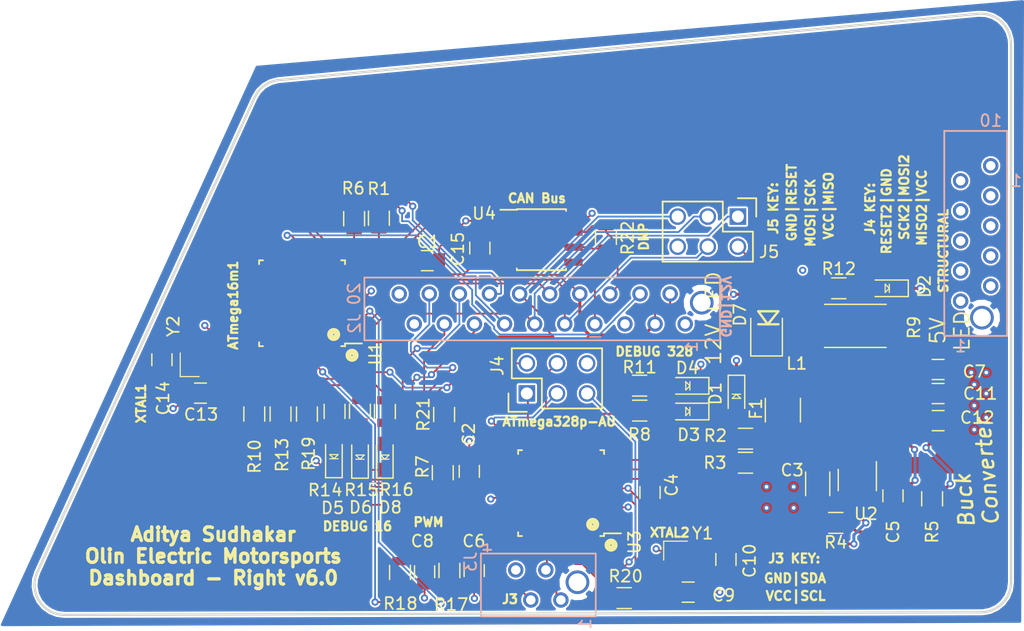
<source format=kicad_pcb>
(kicad_pcb (version 20171130) (host pcbnew 5.0.1-33cea8e~68~ubuntu18.04.1)
  (layers (0 F.Cu signal) (31 B.Cu signal) (34 B.Paste user) (35 F.Paste user) (36 B.SilkS user hide) (37 F.SilkS user) (38 B.Mask user) (39 F.Mask user hide) (44 Edge.Cuts user))
  (net 0 "")
  (net 1 GND)
  (net 2 VCC)
  (net 3 "Net-(D2-Pad2)")
  (net 4 /MISO)
  (net 5 /RXCAN)
  (net 6 /SCK)
  (net 7 /12V_Fused)
  (net 8 "Net-(C5-Pad1)")
  (net 9 "Net-(C5-Pad2)")
  (net 10 "Net-(C11-Pad1)")
  (net 11 "Net-(D1-Pad2)")
  (net 12 +12V)
  (net 13 "Net-(R3-Pad2)")
  (net 14 "Net-(R4-Pad1)")
  (net 15 "Net-(C2-Pad1)")
  (net 16 "Net-(C6-Pad1)")
  (net 17 "Net-(C8-Pad1)")
  (net 18 /XTAL1)
  (net 19 /XTAL2)
  (net 20 "Net-(C13-Pad1)")
  (net 21 "Net-(C14-Pad1)")
  (net 22 "Net-(D3-Pad2)")
  (net 23 "Net-(D4-Pad2)")
  (net 24 "Net-(D5-Pad2)")
  (net 25 "Net-(D6-Pad2)")
  (net 26 "Net-(D8-Pad2)")
  (net 27 /CANL)
  (net 28 /STR_POT_SENSE)
  (net 29 /CANH)
  (net 30 /MOSI)
  (net 31 /RESET)
  (net 32 /RJLED1)
  (net 33 /RJLED2)
  (net 34 /LED_START)
  (net 35 /LED_BMS)
  (net 36 /LED_IMD)
  (net 37 /START_BTN)
  (net 38 "Net-(J2-Pad19)")
  (net 39 "Net-(J2-Pad20)")
  (net 40 /SCL)
  (net 41 /SDA)
  (net 42 /MISO_2)
  (net 43 /SCK_2)
  (net 44 /MOSI_2)
  (net 45 /RESET_2)
  (net 46 "Net-(R1-Pad2)")
  (net 47 "Net-(R6-Pad2)")
  (net 48 "Net-(R8-Pad2)")
  (net 49 "Net-(R10-Pad2)")
  (net 50 "Net-(R11-Pad2)")
  (net 51 "Net-(R13-Pad2)")
  (net 52 "Net-(R14-Pad1)")
  (net 53 "Net-(R15-Pad1)")
  (net 54 "Net-(R16-Pad1)")
  (net 55 /PWM_1)
  (net 56 /PWM_0)
  (net 57 "Net-(R19-Pad1)")
  (net 58 /TXCAN)
  (net 59 "Net-(U1-Pad14)")
  (net 60 "Net-(U1-Pad15)")
  (net 61 "Net-(U1-Pad16)")
  (net 62 "Net-(U1-Pad17)")
  (net 63 "Net-(U1-Pad18)")
  (net 64 "Net-(U1-Pad20)")
  (net 65 "Net-(U1-Pad21)")
  (net 66 "Net-(U1-Pad29)")
  (net 67 "Net-(U1-Pad32)")
  (net 68 "Net-(U3-Pad32)")
  (net 69 "Net-(U3-Pad31)")
  (net 70 "Net-(U3-Pad30)")
  (net 71 "Net-(U3-Pad26)")
  (net 72 "Net-(U3-Pad25)")
  (net 73 "Net-(U3-Pad22)")
  (net 74 "Net-(U3-Pad20)")
  (net 75 "Net-(U3-Pad19)")
  (net 76 "Net-(U3-Pad14)")
  (net 77 "Net-(U3-Pad11)")
  (net 78 "Net-(U3-Pad10)")
  (net 79 "Net-(U3-Pad9)")
  (net 80 "Net-(U3-Pad2)")
  (net 81 "Net-(U3-Pad1)")
  (net 82 "Net-(U4-Pad5)")
  (net 83 "Net-(J1-Pad5)")
  (net 84 "Net-(J1-Pad3)")
  (net 85 "Net-(J1-Pad1)")
  (net 86 "Net-(J1-Pad7)")
  (net 87 "Net-(J1-Pad2)")
  (net 88 "Net-(J1-Pad4)")
  (net 89 "Net-(J1-Pad6)")
  (net 90 "Net-(J1-Pad8)")
  (net 91 "Net-(J1-Pad9)")
  (net 92 "Net-(J1-Pad10)")
  (module footprints:micromatch_female_vert_20 (layer B.Cu) (at 196.87032 68.707 90)
    (fp_text reference J2 (at 0.0381 -22.82444 90) (layer B.SilkS) (effects (justify mirror)))
    (fp_text value MM_F_VT_20 hide)
    (fp_text user 20 (at 2.54 -22.86 90) (layer B.SilkS) (effects (justify mirror)))
    (fp_text user 1 (at -1.92786 5.61848 90) (layer B.SilkS) (effects (justify mirror)))
    (pad 5 thru_hole circle (at 0 0 90) (size 1.3 1.3) (drill 0.8) (layers *.Cu *.Mask) (net 1 GND))
    (pad 3 thru_hole circle (at 0 2.54 90) (size 1.3 1.3) (drill 0.8) (layers *.Cu *.Mask) (net 2 VCC))
    (pad 1 thru_hole circle (at 0 5.08 90) (size 1.3 1.3) (drill 0.8) (layers *.Cu *.Mask) (net 1 GND))
    (pad 7 thru_hole circle (at 0 -2.54 90) (size 1.3 1.3) (drill 0.8) (layers *.Cu *.Mask) (net 27 /CANL))
    (pad 2 thru_hole circle (at 2.54 3.81 90) (size 1.3 1.3) (drill 0.8) (layers *.Cu *.Mask) (net 12 +12V))
    (pad 4 thru_hole circle (at 2.54 1.27 90) (size 1.3 1.3) (drill 0.8) (layers *.Cu *.Mask) (net 28 /STR_POT_SENSE))
    (pad 6 thru_hole circle (at 2.54 -1.27 90) (size 1.3 1.3) (drill 0.8) (layers *.Cu *.Mask) (net 29 /CANH))
    (pad 8 thru_hole circle (at 2.54 -3.81 90) (size 1.3 1.3) (drill 0.8) (layers *.Cu *.Mask) (net 2 VCC))
    (pad 9 thru_hole circle (at 0 -5.08 90) (size 1.3 1.3) (drill 0.8) (layers *.Cu *.Mask) (net 30 /MOSI))
    (pad 10 thru_hole circle (at 2.54 -6.35 90) (size 1.3 1.3) (drill 0.8) (layers *.Cu *.Mask) (net 4 /MISO))
    (pad 11 thru_hole circle (at 0 -7.62 90) (size 1.3 1.3) (drill 0.8) (layers *.Cu *.Mask) (net 6 /SCK))
    (pad 12 thru_hole circle (at 2.54 -8.89 90) (size 1.3 1.3) (drill 0.8) (layers *.Cu *.Mask) (net 31 /RESET))
    (pad 13 thru_hole circle (at 0 -10.16 90) (size 1.3 1.3) (drill 0.8) (layers *.Cu *.Mask) (net 32 /RJLED1))
    (pad 14 thru_hole circle (at 2.54 -11.43 90) (size 1.3 1.3) (drill 0.8) (layers *.Cu *.Mask) (net 33 /RJLED2))
    (pad 15 thru_hole circle (at 0 -12.7 90) (size 1.3 1.3) (drill 0.8) (layers *.Cu *.Mask) (net 34 /LED_START))
    (pad 16 thru_hole circle (at 2.54 -13.97 90) (size 1.3 1.3) (drill 0.8) (layers *.Cu *.Mask) (net 35 /LED_BMS))
    (pad 17 thru_hole circle (at 0 -15.24 90) (size 1.3 1.3) (drill 0.8) (layers *.Cu *.Mask) (net 36 /LED_IMD))
    (pad 18 thru_hole circle (at 2.54 -16.51 90) (size 1.3 1.3) (drill 0.8) (layers *.Cu *.Mask) (net 37 /START_BTN))
    (pad 19 thru_hole circle (at 0 -17.78 90) (size 1.3 1.3) (drill 0.8) (layers *.Cu *.Mask) (net 38 "Net-(J2-Pad19)"))
    (pad 20 thru_hole circle (at 2.54 -19.05 90) (size 1.3 1.3) (drill 0.8) (layers *.Cu *.Mask) (net 39 "Net-(J2-Pad20)"))
    (pad 21 thru_hole circle (at 1.8 6.48 90) (size 2 2) (drill 1.5) (layers *.Cu *.Mask))
  )
  (module footprints:SOIC-8_3.9x4.9mm_Pitch1.27mm_OEM (layer F.Cu) (at 189.821373 61.585307)
    (fp_text reference U4 (at -4.840793 -2.210267 -180) (layer F.SilkS))
    (fp_text value CAN_Transceiver hide)
    (pad 8 smd rect (at 2.7 -1.905) (size 1.55 0.6) (layers F.Cu F.Paste F.Mask) (net 1 GND))
    (pad 7 smd rect (at 2.7 -0.635) (size 1.55 0.6) (layers F.Cu F.Paste F.Mask) (net 29 /CANH))
    (pad 6 smd rect (at 2.7 0.635) (size 1.55 0.6) (layers F.Cu F.Paste F.Mask) (net 27 /CANL))
    (pad 5 smd rect (at 2.7 1.905) (size 1.55 0.6) (layers F.Cu F.Paste F.Mask) (net 82 "Net-(U4-Pad5)"))
    (pad 4 smd rect (at -2.7 1.905) (size 1.55 0.6) (layers F.Cu F.Paste F.Mask) (net 5 /RXCAN))
    (pad 3 smd rect (at -2.7 0.635) (size 1.55 0.6) (layers F.Cu F.Paste F.Mask) (net 2 VCC))
    (pad 2 smd rect (at -2.7 -0.635) (size 1.55 0.6) (layers F.Cu F.Paste F.Mask) (net 1 GND))
    (pad 1 smd rect (at -2.7 -1.905) (size 1.55 0.6) (layers F.Cu F.Paste F.Mask) (net 58 /TXCAN))
  )
  (module footprints:C_0805_OEM (layer F.Cu) (at 219.486687 83.219702 90)
    (fp_text reference C5 (at -3.048 0 -90) (layer F.SilkS))
    (fp_text value C_0.1uF hide)
    (pad 1 smd rect (at -1 0 90) (size 1 1.25) (layers F.Cu F.Paste F.Mask) (net 8 "Net-(C5-Pad1)"))
    (pad 2 smd rect (at 1 0 90) (size 1 1.25) (layers F.Cu F.Paste F.Mask) (net 9 "Net-(C5-Pad2)"))
  )
  (module footprints:C_0805_OEM (layer F.Cu) (at 223.29669 74.583702)
    (fp_text reference C11 (at 3.556 0) (layer F.SilkS))
    (fp_text value C_1uF hide)
    (pad 1 smd rect (at -1 0) (size 1 1.25) (layers F.Cu F.Paste F.Mask) (net 10 "Net-(C11-Pad1)"))
    (pad 2 smd rect (at 1 0) (size 1 1.25) (layers F.Cu F.Paste F.Mask) (net 1 GND))
  )
  (module footprints:C_0805_OEM (layer F.Cu) (at 223.296689 76.869702)
    (fp_text reference C12 (at 3.302 -0.254) (layer F.SilkS))
    (fp_text value C_47uF hide)
    (pad 1 smd rect (at -1 0) (size 1 1.25) (layers F.Cu F.Paste F.Mask) (net 10 "Net-(C11-Pad1)"))
    (pad 2 smd rect (at 1 0) (size 1 1.25) (layers F.Cu F.Paste F.Mask) (net 1 GND))
  )
  (module footprints:LED_0805_OEM (layer F.Cu) (at 218.97869 65.693701 180)
    (fp_text reference D2 (at -3.172285 0.163847 90) (layer F.SilkS))
    (fp_text value LED_0805 hide)
    (pad 2 smd rect (at 1.1 0) (size 1.2 1.2) (layers F.Cu F.Paste F.Mask) (net 3 "Net-(D2-Pad2)"))
    (pad 1 smd rect (at -1.1 0) (size 1.2 1.2) (layers F.Cu F.Paste F.Mask) (net 1 GND))
  )
  (module footprints:Fuse_1210 (layer F.Cu) (at 210.196193 75.986201 270)
    (fp_text reference F1 (at -0.108387 2.279376 270) (layer F.SilkS))
    (fp_text value 500mA hide)
    (pad 1 smd rect (at -1.45 0 270) (size 0.9 2.5) (layers F.Cu F.Paste F.Mask) (net 12 +12V))
    (pad 2 smd rect (at 1.45 0 270) (size 0.9 2.5) (layers F.Cu F.Paste F.Mask) (net 7 /12V_Fused))
  )
  (module footprints:4.7uH_Inductor_OEM (layer F.Cu) (at 216.502192 75.282201 90)
    (fp_text reference L1 (at 3.2385 -5.1435 -180) (layer F.SilkS))
    (fp_text value L_4.7uH hide)
    (pad 1 smd rect (at -2.35 0 90) (size 3.3 8.2) (layers F.Cu F.Paste F.Mask) (net 9 "Net-(C5-Pad2)"))
    (pad 2 smd rect (at 2.35 0 90) (size 3.3 8.2) (layers F.Cu F.Paste F.Mask) (net 10 "Net-(C11-Pad1)"))
  )
  (module footprints:R_0805_OEM (layer F.Cu) (at 207.04069 78.393699 180)
    (fp_text reference R2 (at 2.54 0.254 180) (layer F.SilkS))
    (fp_text value R_1k hide)
    (pad 1 smd rect (at -0.95 0 180) (size 0.7 1.3) (layers F.Cu F.Paste F.Mask) (net 7 /12V_Fused))
    (pad 2 smd rect (at 0.95 0 180) (size 0.7 1.3) (layers F.Cu F.Paste F.Mask) (net 11 "Net-(D1-Pad2)"))
  )
  (module footprints:R_0805_OEM (layer F.Cu) (at 207.040692 80.425704 180)
    (fp_text reference R3 (at 2.573504 -0.00185 180) (layer F.SilkS))
    (fp_text value R_10k hide)
    (pad 1 smd rect (at -0.95 0 180) (size 0.7 1.3) (layers F.Cu F.Paste F.Mask) (net 7 /12V_Fused))
    (pad 2 smd rect (at 0.95 0 180) (size 0.7 1.3) (layers F.Cu F.Paste F.Mask) (net 13 "Net-(R3-Pad2)"))
  )
  (module footprints:R_0805_OEM (layer F.Cu) (at 214.914692 65.6937)
    (fp_text reference R12 (at 0 -1.65) (layer F.SilkS))
    (fp_text value R_200 hide)
    (pad 1 smd rect (at -0.95 0) (size 0.7 1.3) (layers F.Cu F.Paste F.Mask) (net 2 VCC))
    (pad 2 smd rect (at 0.95 0) (size 0.7 1.3) (layers F.Cu F.Paste F.Mask) (net 3 "Net-(D2-Pad2)"))
  )
  (module footprints:SOT-23-6_OEM (layer F.Cu) (at 216.476792 81.886201 270)
    (fp_text reference U2 (at 2.8575 -0.7239 180) (layer F.SilkS))
    (fp_text value TPS561201 hide)
    (pad 1 smd rect (at -1.1 -0.95 270) (size 1.06 0.65) (layers F.Cu F.Paste F.Mask) (net 1 GND))
    (pad 2 smd rect (at -1.1 0 270) (size 1.06 0.65) (layers F.Cu F.Paste F.Mask) (net 9 "Net-(C5-Pad2)"))
    (pad 3 smd rect (at -1.1 0.95 270) (size 1.06 0.65) (layers F.Cu F.Paste F.Mask) (net 7 /12V_Fused))
    (pad 4 smd rect (at 1.1 0.95 270) (size 1.06 0.65) (layers F.Cu F.Paste F.Mask) (net 14 "Net-(R4-Pad1)"))
    (pad 6 smd rect (at 1.1 -0.95 270) (size 1.06 0.65) (layers F.Cu F.Paste F.Mask) (net 8 "Net-(C5-Pad1)"))
    (pad 5 smd rect (at 1.1 0 270) (size 1.06 0.65) (layers F.Cu F.Paste F.Mask) (net 13 "Net-(R3-Pad2)"))
  )
  (module footprints:C_1206_OEM (layer F.Cu) (at 213.136689 82.203699 270)
    (fp_text reference C3 (at -1.149367 2.156636 180) (layer F.SilkS))
    (fp_text value C_22uF hide)
    (pad 1 smd rect (at -1.5 0 270) (size 1 1.6) (layers F.Cu F.Paste F.Mask) (net 7 /12V_Fused))
    (pad 2 smd rect (at 1.5 0 270) (size 1 1.6) (layers F.Cu F.Paste F.Mask) (net 1 GND))
  )
  (module footprints:C_0805_OEM (layer F.Cu) (at 223.296688 72.5517)
    (fp_text reference C7 (at 3.052 0.183) (layer F.SilkS))
    (fp_text value C_0.1uF hide)
    (pad 1 smd rect (at -1 0) (size 1 1.25) (layers F.Cu F.Paste F.Mask) (net 10 "Net-(C11-Pad1)"))
    (pad 2 smd rect (at 1 0) (size 1 1.25) (layers F.Cu F.Paste F.Mask) (net 1 GND))
  )
  (module footprints:LED_0805_OEM (layer F.Cu) (at 206.278692 74.837705 270)
    (fp_text reference D1 (at -0.254 1.778 90) (layer F.SilkS))
    (fp_text value LED_0805 hide)
    (pad 2 smd rect (at 1.1 0 90) (size 1.2 1.2) (layers F.Cu F.Paste F.Mask) (net 11 "Net-(D1-Pad2)"))
    (pad 1 smd rect (at -1.1 0 90) (size 1.2 1.2) (layers F.Cu F.Paste F.Mask) (net 1 GND))
  )
  (module footprints:DO-214AA (layer F.Cu) (at 208.818694 68.233701 90)
    (fp_text reference D7 (at 0.3 -2.25 90) (layer F.SilkS))
    (fp_text value D_Zener_18V hide)
    (pad 2 smd rect (at 2.032 -0.000001 270) (size 1.778 2.159) (layers F.Cu F.Paste F.Mask) (net 1 GND))
    (pad 1 smd rect (at -2.032 0.000001 270) (size 1.778 2.159) (layers F.Cu F.Paste F.Mask) (net 12 +12V))
  )
  (module footprints:R_2512_OEM (layer F.Cu) (at 216.31169 68.868704)
    (fp_text reference R9 (at 4.953 0.127 -270) (layer F.SilkS))
    (fp_text value R_0_Jumper hide)
    (pad 1 smd rect (at -3.1 0) (size 1 3.2) (layers F.Cu F.Paste F.Mask) (net 2 VCC))
    (pad 2 smd rect (at 3.1 0) (size 1 3.2) (layers F.Cu F.Paste F.Mask) (net 10 "Net-(C11-Pad1)"))
  )
  (module footprints:R_0805_OEM (layer F.Cu) (at 214.660693 85.5057 180)
    (fp_text reference R4 (at 0 -1.65 180) (layer F.SilkS))
    (fp_text value R_10k hide)
    (pad 1 smd rect (at -0.95 0 180) (size 0.7 1.3) (layers F.Cu F.Paste F.Mask) (net 14 "Net-(R4-Pad1)"))
    (pad 2 smd rect (at 0.95 0 180) (size 0.7 1.3) (layers F.Cu F.Paste F.Mask) (net 1 GND))
  )
  (module footprints:R_0805_OEM (layer F.Cu) (at 222.788694 83.4737 90)
    (fp_text reference R5 (at -2.794 0 90) (layer F.SilkS))
    (fp_text value R_51.1k hide)
    (pad 1 smd rect (at -0.95 0 90) (size 0.7 1.3) (layers F.Cu F.Paste F.Mask) (net 14 "Net-(R4-Pad1)"))
    (pad 2 smd rect (at 0.95 0 90) (size 0.7 1.3) (layers F.Cu F.Paste F.Mask) (net 10 "Net-(C11-Pad1)"))
  )
  (module footprints:C_0805_OEM (layer F.Cu) (at 180.1876 63.35776)
    (fp_text reference C1 (at 0.08636 -1.58496 -180) (layer F.SilkS))
    (fp_text value C_0.1uF hide)
    (pad 1 smd rect (at -1 0) (size 1 1.25) (layers F.Cu F.Paste F.Mask) (net 2 VCC))
    (pad 2 smd rect (at 1 0) (size 1 1.25) (layers F.Cu F.Paste F.Mask) (net 1 GND))
  )
  (module footprints:C_0805_OEM (layer F.Cu) (at 183.73398 81.153969 90)
    (fp_text reference C2 (at 3.135329 -0.04626 90) (layer F.SilkS))
    (fp_text value C_100pF hide)
    (pad 2 smd rect (at 1 0 90) (size 1 1.25) (layers F.Cu F.Paste F.Mask) (net 1 GND))
    (pad 1 smd rect (at -1 0 90) (size 1 1.25) (layers F.Cu F.Paste F.Mask) (net 15 "Net-(C2-Pad1)"))
  )
  (module footprints:C_0805_OEM (layer F.Cu) (at 198.98614 82.93354 270)
    (fp_text reference C4 (at -0.62484 -1.82118 90) (layer F.SilkS))
    (fp_text value C_0.1uF hide)
    (pad 2 smd rect (at 1 0 270) (size 1 1.25) (layers F.Cu F.Paste F.Mask) (net 1 GND))
    (pad 1 smd rect (at -1 0 270) (size 1 1.25) (layers F.Cu F.Paste F.Mask) (net 2 VCC))
  )
  (module footprints:C_0805_OEM (layer F.Cu) (at 184.145384 89.535126 270)
    (fp_text reference C6 (at -2.491866 0.020784) (layer F.SilkS))
    (fp_text value C_0.1uF hide)
    (pad 2 smd rect (at 1 0 270) (size 1 1.25) (layers F.Cu F.Paste F.Mask) (net 1 GND))
    (pad 1 smd rect (at -1 0 270) (size 1 1.25) (layers F.Cu F.Paste F.Mask) (net 16 "Net-(C6-Pad1)"))
  )
  (module footprints:C_0805_OEM (layer F.Cu) (at 179.961756 89.62692 270)
    (fp_text reference C8 (at -2.58366 0.183096) (layer F.SilkS))
    (fp_text value C_0.1uF hide)
    (pad 1 smd rect (at -1 0 270) (size 1 1.25) (layers F.Cu F.Paste F.Mask) (net 17 "Net-(C8-Pad1)"))
    (pad 2 smd rect (at 1 0 270) (size 1 1.25) (layers F.Cu F.Paste F.Mask) (net 1 GND))
  )
  (module footprints:C_0805_OEM (layer F.Cu) (at 202.20833 91.353743)
    (fp_text reference C9 (at 2.98303 0.269137) (layer F.SilkS))
    (fp_text value C_30pF hide)
    (pad 2 smd rect (at 1 0) (size 1 1.25) (layers F.Cu F.Paste F.Mask) (net 1 GND))
    (pad 1 smd rect (at -1 0) (size 1 1.25) (layers F.Cu F.Paste F.Mask) (net 18 /XTAL1))
  )
  (module footprints:C_0805_OEM (layer F.Cu) (at 205.39095 88.595303 270)
    (fp_text reference C10 (at 0.109117 -1.99243 270) (layer F.SilkS))
    (fp_text value C_30pF hide)
    (pad 1 smd rect (at -1 0 270) (size 1 1.25) (layers F.Cu F.Paste F.Mask) (net 19 /XTAL2))
    (pad 2 smd rect (at 1 0 270) (size 1 1.25) (layers F.Cu F.Paste F.Mask) (net 1 GND))
  )
  (module footprints:C_0805_OEM (layer F.Cu) (at 161.047912 74.548013 180)
    (fp_text reference C13 (at -0.054128 -1.804387) (layer F.SilkS))
    (fp_text value C_30pF hide)
    (pad 2 smd rect (at 1 0 180) (size 1 1.25) (layers F.Cu F.Paste F.Mask) (net 1 GND))
    (pad 1 smd rect (at -1 0 180) (size 1 1.25) (layers F.Cu F.Paste F.Mask) (net 20 "Net-(C13-Pad1)"))
  )
  (module footprints:C_0805_OEM (layer F.Cu) (at 157.796749 71.727452 270)
    (fp_text reference C14 (at 3.250808 -0.097271 270) (layer F.SilkS))
    (fp_text value C_30pF hide)
    (pad 2 smd rect (at 1 0 270) (size 1 1.25) (layers F.Cu F.Paste F.Mask) (net 1 GND))
    (pad 1 smd rect (at -1 0 270) (size 1 1.25) (layers F.Cu F.Paste F.Mask) (net 21 "Net-(C14-Pad1)"))
  )
  (module footprints:C_0805_OEM (layer F.Cu) (at 184.624532 62.296506 90)
    (fp_text reference C15 (at -0.080814 -1.856292 90) (layer F.SilkS))
    (fp_text value C_0.1uF hide)
    (pad 2 smd rect (at 1 0 90) (size 1 1.25) (layers F.Cu F.Paste F.Mask) (net 1 GND))
    (pad 1 smd rect (at -1 0 90) (size 1 1.25) (layers F.Cu F.Paste F.Mask) (net 2 VCC))
  )
  (module formula:LED_0805_OEM (layer F.Cu) (at 202.151813 76.100278 180)
    (fp_text reference D3 (at -0.104171 -1.96488 180) (layer F.SilkS))
    (fp_text value LED hide)
    (pad 1 smd rect (at -1.099999 0) (size 1.2 1.2) (layers F.Cu F.Paste F.Mask) (net 1 GND))
    (pad 2 smd rect (at 1.099999 0) (size 1.2 1.2) (layers F.Cu F.Paste F.Mask) (net 22 "Net-(D3-Pad2)"))
  )
  (module formula:LED_0805_OEM (layer F.Cu) (at 202.151812 73.930648 180)
    (fp_text reference D4 (at 0.018612 1.510168 180) (layer F.SilkS))
    (fp_text value LED hide)
    (pad 2 smd rect (at 1.099999 0) (size 1.2 1.2) (layers F.Cu F.Paste F.Mask) (net 23 "Net-(D4-Pad2)"))
    (pad 1 smd rect (at -1.099999 0) (size 1.2 1.2) (layers F.Cu F.Paste F.Mask) (net 1 GND))
  )
  (module formula:LED_0805_OEM (layer F.Cu) (at 172.30877 79.888514 90)
    (fp_text reference D5 (at -4.353126 -0.10185) (layer F.SilkS))
    (fp_text value LED hide)
    (pad 1 smd rect (at -1.099999 0 270) (size 1.2 1.2) (layers F.Cu F.Paste F.Mask) (net 1 GND))
    (pad 2 smd rect (at 1.099999 0 270) (size 1.2 1.2) (layers F.Cu F.Paste F.Mask) (net 24 "Net-(D5-Pad2)"))
  )
  (module formula:LED_0805_OEM (layer F.Cu) (at 174.514319 79.928029 90)
    (fp_text reference D6 (at -4.267891 0.049721) (layer F.SilkS))
    (fp_text value LED hide)
    (pad 2 smd rect (at 1.099999 0 270) (size 1.2 1.2) (layers F.Cu F.Paste F.Mask) (net 25 "Net-(D6-Pad2)"))
    (pad 1 smd rect (at -1.099999 0 270) (size 1.2 1.2) (layers F.Cu F.Paste F.Mask) (net 1 GND))
  )
  (module formula:LED_0805_OEM (layer F.Cu) (at 176.603129 79.926231 90)
    (fp_text reference D8 (at -4.269689 0.465351) (layer F.SilkS))
    (fp_text value LED hide)
    (pad 1 smd rect (at -1.099999 0 270) (size 1.2 1.2) (layers F.Cu F.Paste F.Mask) (net 1 GND))
    (pad 2 smd rect (at 1.099999 0 270) (size 1.2 1.2) (layers F.Cu F.Paste F.Mask) (net 26 "Net-(D8-Pad2)"))
  )
  (module footprints:micromatch_female_vert_4 (layer B.Cu) (at 186.38474 92.01798 90)
    (fp_text reference J3 (at 3.23596 -2.54508 -90) (layer B.SilkS) (effects (justify mirror)))
    (fp_text value MM_F_VT_04 hide)
    (fp_text user 4 (at 4.4323 -1.24714 90) (layer B.SilkS) (effects (justify mirror)))
    (fp_text user 1 (at -2.02184 7.11962 90) (layer B.SilkS) (effects (justify mirror)))
    (pad 3 thru_hole circle (at 0 2.54 90) (size 1.3 1.3) (drill 0.8) (layers *.Cu *.Mask) (net 2 VCC))
    (pad 1 thru_hole circle (at 0 5.08 90) (size 1.3 1.3) (drill 0.8) (layers *.Cu *.Mask) (net 40 /SCL))
    (pad 2 thru_hole circle (at 2.54 3.81 90) (size 1.3 1.3) (drill 0.8) (layers *.Cu *.Mask) (net 41 /SDA))
    (pad 4 thru_hole circle (at 2.54 1.27 90) (size 1.3 1.3) (drill 0.8) (layers *.Cu *.Mask) (net 1 GND))
    (pad 5 thru_hole circle (at 1.5 6.48 90) (size 2 2) (drill 1.5) (layers *.Cu *.Mask))
  )
  (module footprints:Pin_Header_Straight_2x03 (layer F.Cu) (at 188.58992 74.57186 90)
    (fp_text reference J4 (at 2.34442 -2.4892 90) (layer F.SilkS))
    (fp_text value CONN_02X03 hide)
    (pad 6 thru_hole circle (at 2.54 5.08 90) (size 1.4 1.4) (drill 1.016) (layers *.Cu *.Mask) (net 1 GND))
    (pad 5 thru_hole circle (at 0 5.08 90) (size 1.4 1.4) (drill 1.016) (layers *.Cu *.Mask) (net 45 /RESET_2))
    (pad 4 thru_hole circle (at 2.54 2.54 90) (size 1.4 1.4) (drill 1.016) (layers *.Cu *.Mask) (net 44 /MOSI_2))
    (pad 3 thru_hole circle (at 0 2.54 90) (size 1.4 1.4) (drill 1.016) (layers *.Cu *.Mask) (net 43 /SCK_2))
    (pad 2 thru_hole circle (at 2.54 0 90) (size 1.4 1.4) (drill 1.016) (layers *.Cu *.Mask) (net 2 VCC))
    (pad 1 thru_hole rect (at 0 0 90) (size 1.4 1.4) (drill 1.016) (layers *.Cu *.Mask) (net 42 /MISO_2))
  )
  (module footprints:Pin_Header_Straight_2x03 (layer F.Cu) (at 206.39786 59.63666 270)
    (fp_text reference J5 (at 2.98196 -2.63906) (layer F.SilkS))
    (fp_text value CONN_02X03 hide)
    (pad 6 thru_hole circle (at 2.54 5.08 270) (size 1.4 1.4) (drill 1.016) (layers *.Cu *.Mask) (net 1 GND))
    (pad 5 thru_hole circle (at 0 5.08 270) (size 1.4 1.4) (drill 1.016) (layers *.Cu *.Mask) (net 31 /RESET))
    (pad 4 thru_hole circle (at 2.54 2.54 270) (size 1.4 1.4) (drill 1.016) (layers *.Cu *.Mask) (net 30 /MOSI))
    (pad 3 thru_hole circle (at 0 2.54 270) (size 1.4 1.4) (drill 1.016) (layers *.Cu *.Mask) (net 6 /SCK))
    (pad 2 thru_hole circle (at 2.54 0 270) (size 1.4 1.4) (drill 1.016) (layers *.Cu *.Mask) (net 2 VCC))
    (pad 1 thru_hole rect (at 0 0 270) (size 1.4 1.4) (drill 1.016) (layers *.Cu *.Mask) (net 4 /MISO))
  )
  (module footprints:R_0805_OEM (layer F.Cu) (at 176.105177 59.772783 270)
    (fp_text reference R1 (at -2.483083 0.004437 180) (layer F.SilkS))
    (fp_text value R_200 hide)
    (pad 1 smd rect (at -0.949999 0 270) (size 0.7 1.3) (layers F.Cu F.Paste F.Mask) (net 32 /RJLED1))
    (pad 2 smd rect (at 0.949999 0 270) (size 0.7 1.3) (layers F.Cu F.Paste F.Mask) (net 46 "Net-(R1-Pad2)"))
  )
  (module footprints:R_0805_OEM (layer F.Cu) (at 174.014574 59.815888 270)
    (fp_text reference R6 (at -2.561748 0.075374 180) (layer F.SilkS))
    (fp_text value R_200 hide)
    (pad 2 smd rect (at 0.949999 0 270) (size 0.7 1.3) (layers F.Cu F.Paste F.Mask) (net 47 "Net-(R6-Pad2)"))
    (pad 1 smd rect (at -0.949999 0 270) (size 0.7 1.3) (layers F.Cu F.Paste F.Mask) (net 33 /RJLED2))
  )
  (module footprints:R_0805_OEM (layer F.Cu) (at 181.4961 81.265324 270)
    (fp_text reference R7 (at -0.493324 1.7149 270) (layer F.SilkS))
    (fp_text value R_100 hide)
    (pad 1 smd rect (at -0.95 0 270) (size 0.7 1.3) (layers F.Cu F.Paste F.Mask) (net 2 VCC))
    (pad 2 smd rect (at 0.95 0 270) (size 0.7 1.3) (layers F.Cu F.Paste F.Mask) (net 15 "Net-(C2-Pad1)"))
  )
  (module footprints:R_0805_OEM (layer F.Cu) (at 198.116086 76.023048 180)
    (fp_text reference R8 (at 0.019757 -2.016966 180) (layer F.SilkS))
    (fp_text value R_200 hide)
    (pad 2 smd rect (at 0.949999 0 180) (size 0.7 1.3) (layers F.Cu F.Paste F.Mask) (net 48 "Net-(R8-Pad2)"))
    (pad 1 smd rect (at -0.949999 0 180) (size 0.7 1.3) (layers F.Cu F.Paste F.Mask) (net 22 "Net-(D3-Pad2)"))
  )
  (module footprints:R_0805_OEM (layer F.Cu) (at 165.590603 76.312327 90)
    (fp_text reference R10 (at -3.585913 0.027557 90) (layer F.SilkS))
    (fp_text value R_200 hide)
    (pad 2 smd rect (at 0.949999 0 90) (size 0.7 1.3) (layers F.Cu F.Paste F.Mask) (net 49 "Net-(R10-Pad2)"))
    (pad 1 smd rect (at -0.949999 0 90) (size 0.7 1.3) (layers F.Cu F.Paste F.Mask) (net 36 /LED_IMD))
  )
  (module footprints:R_0805_OEM (layer F.Cu) (at 198.105309 73.914483 180)
    (fp_text reference R11 (at -0.001991 1.552423 180) (layer F.SilkS))
    (fp_text value R_200 hide)
    (pad 1 smd rect (at -0.949999 0 180) (size 0.7 1.3) (layers F.Cu F.Paste F.Mask) (net 23 "Net-(D4-Pad2)"))
    (pad 2 smd rect (at 0.949999 0 180) (size 0.7 1.3) (layers F.Cu F.Paste F.Mask) (net 50 "Net-(R11-Pad2)"))
  )
  (module footprints:R_0805_OEM (layer F.Cu) (at 167.80693 76.308736 90)
    (fp_text reference R13 (at -3.457424 0.13279 90) (layer F.SilkS))
    (fp_text value R_200 hide)
    (pad 2 smd rect (at 0.949999 0 90) (size 0.7 1.3) (layers F.Cu F.Paste F.Mask) (net 51 "Net-(R13-Pad2)"))
    (pad 1 smd rect (at -0.949999 0 90) (size 0.7 1.3) (layers F.Cu F.Paste F.Mask) (net 34 /LED_START))
  )
  (module footprints:R_0805_OEM (layer F.Cu) (at 172.364308 76.090379 270)
    (fp_text reference R14 (at 6.652661 0.792388 180) (layer F.SilkS))
    (fp_text value R_200 hide)
    (pad 2 smd rect (at 0.949999 0 270) (size 0.7 1.3) (layers F.Cu F.Paste F.Mask) (net 24 "Net-(D5-Pad2)"))
    (pad 1 smd rect (at -0.949999 0 270) (size 0.7 1.3) (layers F.Cu F.Paste F.Mask) (net 52 "Net-(R14-Pad1)"))
  )
  (module footprints:R_0805_OEM (layer F.Cu) (at 174.505456 76.078141 270)
    (fp_text reference R15 (at 6.644579 -0.124624 180) (layer F.SilkS))
    (fp_text value R_200 hide)
    (pad 1 smd rect (at -0.949999 0 270) (size 0.7 1.3) (layers F.Cu F.Paste F.Mask) (net 53 "Net-(R15-Pad1)"))
    (pad 2 smd rect (at 0.949999 0 270) (size 0.7 1.3) (layers F.Cu F.Paste F.Mask) (net 25 "Net-(D6-Pad2)"))
  )
  (module footprints:R_0805_OEM (layer F.Cu) (at 176.613762 76.101155 270)
    (fp_text reference R16 (at 6.601245 -0.983038) (layer F.SilkS))
    (fp_text value R_200 hide)
    (pad 1 smd rect (at -0.949999 0 270) (size 0.7 1.3) (layers F.Cu F.Paste F.Mask) (net 54 "Net-(R16-Pad1)"))
    (pad 2 smd rect (at 0.949999 0 270) (size 0.7 1.3) (layers F.Cu F.Paste F.Mask) (net 26 "Net-(D8-Pad2)"))
  )
  (module footprints:R_0805_OEM (layer F.Cu) (at 182.058374 89.524349 90)
    (fp_text reference R17 (at -2.878311 0.145986 -180) (layer F.SilkS))
    (fp_text value R_100K hide)
    (pad 2 smd rect (at 0.949999 0 90) (size 0.7 1.3) (layers F.Cu F.Paste F.Mask) (net 16 "Net-(C6-Pad1)"))
    (pad 1 smd rect (at -0.949999 0 90) (size 0.7 1.3) (layers F.Cu F.Paste F.Mask) (net 55 /PWM_1))
  )
  (module footprints:R_0805_OEM (layer F.Cu) (at 177.887942 89.685993 90)
    (fp_text reference R18 (at -2.632847 0.033978 -180) (layer F.SilkS))
    (fp_text value R_100K hide)
    (pad 1 smd rect (at -0.949999 0 90) (size 0.7 1.3) (layers F.Cu F.Paste F.Mask) (net 56 /PWM_0))
    (pad 2 smd rect (at 0.949999 0 90) (size 0.7 1.3) (layers F.Cu F.Paste F.Mask) (net 17 "Net-(C8-Pad1)"))
  )
  (module footprints:R_0805_OEM (layer F.Cu) (at 170.034035 76.315919 270)
    (fp_text reference R19 (at 3.343561 -0.145965 90) (layer F.SilkS))
    (fp_text value R_200 hide)
    (pad 2 smd rect (at 0.949999 0 270) (size 0.7 1.3) (layers F.Cu F.Paste F.Mask) (net 35 /LED_BMS))
    (pad 1 smd rect (at -0.949999 0 270) (size 0.7 1.3) (layers F.Cu F.Paste F.Mask) (net 57 "Net-(R19-Pad1)"))
  )
  (module footprints:R_0805_OEM (layer F.Cu) (at 196.804241 91.85656)
    (fp_text reference R20 (at 0.12192 -1.84912) (layer F.SilkS))
    (fp_text value R_10K hide)
    (pad 2 smd rect (at 0.949999 0) (size 0.7 1.3) (layers F.Cu F.Paste F.Mask) (net 2 VCC))
    (pad 1 smd rect (at -0.949999 0) (size 0.7 1.3) (layers F.Cu F.Paste F.Mask) (net 45 /RESET_2))
  )
  (module footprints:R_0805_OEM (layer F.Cu) (at 181.61 76.3524 90)
    (fp_text reference R21 (at 0 -1.74752 90) (layer F.SilkS))
    (fp_text value R_10k hide)
    (pad 2 smd rect (at 0.949999 0 90) (size 0.7 1.3) (layers F.Cu F.Paste F.Mask) (net 2 VCC))
    (pad 1 smd rect (at -0.949999 0 90) (size 0.7 1.3) (layers F.Cu F.Paste F.Mask) (net 31 /RESET))
  )
  (module footprints:R_0805_OEM (layer F.Cu) (at 195.264593 61.389727 270)
    (fp_text reference R22 (at 0.052873 -1.834327 90) (layer F.SilkS))
    (fp_text value R_120 hide)
    (pad 1 smd rect (at -0.949999 0 270) (size 0.7 1.3) (layers F.Cu F.Paste F.Mask) (net 29 /CANH))
    (pad 2 smd rect (at 0.949999 0 270) (size 0.7 1.3) (layers F.Cu F.Paste F.Mask) (net 27 /CANL))
  )
  (module footprints:TQFP-32_7x7mm_Pitch0.8mm (layer F.Cu) (at 169.623303 66.954509 180)
    (fp_text reference U1 (at -6.187837 -4.244495 90) (layer F.SilkS))
    (fp_text value ATMEGA16M1 hide)
    (pad 32 smd rect (at -2.8 -4.25 270) (size 1.6 0.55) (layers F.Cu F.Paste F.Mask) (net 67 "Net-(U1-Pad32)"))
    (pad 31 smd rect (at -2 -4.25 270) (size 1.6 0.55) (layers F.Cu F.Paste F.Mask) (net 31 /RESET))
    (pad 30 smd rect (at -1.2 -4.25 270) (size 1.6 0.55) (layers F.Cu F.Paste F.Mask) (net 56 /PWM_0))
    (pad 29 smd rect (at -0.4 -4.25 270) (size 1.6 0.55) (layers F.Cu F.Paste F.Mask) (net 66 "Net-(U1-Pad29)"))
    (pad 28 smd rect (at 0.4 -4.25 270) (size 1.6 0.55) (layers F.Cu F.Paste F.Mask) (net 54 "Net-(R16-Pad1)"))
    (pad 27 smd rect (at 1.2 -4.25 270) (size 1.6 0.55) (layers F.Cu F.Paste F.Mask) (net 53 "Net-(R15-Pad1)"))
    (pad 26 smd rect (at 2 -4.25 270) (size 1.6 0.55) (layers F.Cu F.Paste F.Mask) (net 52 "Net-(R14-Pad1)"))
    (pad 25 smd rect (at 2.8 -4.25 270) (size 1.6 0.55) (layers F.Cu F.Paste F.Mask) (net 57 "Net-(R19-Pad1)"))
    (pad 24 smd rect (at 4.25 -2.8 180) (size 1.6 0.55) (layers F.Cu F.Paste F.Mask) (net 51 "Net-(R13-Pad2)"))
    (pad 23 smd rect (at 4.25 -2 180) (size 1.6 0.55) (layers F.Cu F.Paste F.Mask) (net 49 "Net-(R10-Pad2)"))
    (pad 22 smd rect (at 4.25 -1.2 180) (size 1.6 0.55) (layers F.Cu F.Paste F.Mask) (net 37 /START_BTN))
    (pad 21 smd rect (at 4.25 -0.4 180) (size 1.6 0.55) (layers F.Cu F.Paste F.Mask) (net 65 "Net-(U1-Pad21)"))
    (pad 20 smd rect (at 4.25 0.4 180) (size 1.6 0.55) (layers F.Cu F.Paste F.Mask) (net 64 "Net-(U1-Pad20)"))
    (pad 19 smd rect (at 4.25 1.2 180) (size 1.6 0.55) (layers F.Cu F.Paste F.Mask) (net 15 "Net-(C2-Pad1)"))
    (pad 18 smd rect (at 4.25 2 180) (size 1.6 0.55) (layers F.Cu F.Paste F.Mask) (net 63 "Net-(U1-Pad18)"))
    (pad 17 smd rect (at 4.25 2.8 180) (size 1.6 0.55) (layers F.Cu F.Paste F.Mask) (net 62 "Net-(U1-Pad17)"))
    (pad 16 smd rect (at 2.8 4.25 270) (size 1.6 0.55) (layers F.Cu F.Paste F.Mask) (net 61 "Net-(U1-Pad16)"))
    (pad 15 smd rect (at 2 4.25 270) (size 1.6 0.55) (layers F.Cu F.Paste F.Mask) (net 60 "Net-(U1-Pad15)"))
    (pad 14 smd rect (at 1.2 4.25 270) (size 1.6 0.55) (layers F.Cu F.Paste F.Mask) (net 59 "Net-(U1-Pad14)"))
    (pad 13 smd rect (at 0.4 4.25 270) (size 1.6 0.55) (layers F.Cu F.Paste F.Mask) (net 28 /STR_POT_SENSE))
    (pad 12 smd rect (at -0.4 4.25 270) (size 1.6 0.55) (layers F.Cu F.Paste F.Mask) (net 6 /SCK))
    (pad 11 smd rect (at -1.2 4.25 270) (size 1.6 0.55) (layers F.Cu F.Paste F.Mask) (net 20 "Net-(C13-Pad1)"))
    (pad 10 smd rect (at -2 4.25 270) (size 1.6 0.55) (layers F.Cu F.Paste F.Mask) (net 21 "Net-(C14-Pad1)"))
    (pad 9 smd rect (at -2.8 4.25 270) (size 1.6 0.55) (layers F.Cu F.Paste F.Mask) (net 47 "Net-(R6-Pad2)"))
    (pad 8 smd rect (at -4.25 2.8 180) (size 1.6 0.55) (layers F.Cu F.Paste F.Mask) (net 46 "Net-(R1-Pad2)"))
    (pad 7 smd rect (at -4.25 2 180) (size 1.6 0.55) (layers F.Cu F.Paste F.Mask) (net 5 /RXCAN))
    (pad 6 smd rect (at -4.25 1.2 180) (size 1.6 0.55) (layers F.Cu F.Paste F.Mask) (net 58 /TXCAN))
    (pad 5 smd rect (at -4.25 0.4 180) (size 1.6 0.55) (layers F.Cu F.Paste F.Mask) (net 1 GND))
    (pad 4 smd rect (at -4.25 -0.4 180) (size 1.6 0.55) (layers F.Cu F.Paste F.Mask) (net 2 VCC))
    (pad 3 smd rect (at -4.25 -1.2 180) (size 1.6 0.55) (layers F.Cu F.Paste F.Mask) (net 55 /PWM_1))
    (pad 2 smd rect (at -4.25 -2 180) (size 1.6 0.55) (layers F.Cu F.Paste F.Mask) (net 30 /MOSI))
    (pad 1 smd rect (at -4.25 -2.8 180) (size 1.6 0.55) (layers F.Cu F.Paste F.Mask) (net 4 /MISO))
  )
  (module footprints:TQFP-32_7x7mm_Pitch0.8mm (layer F.Cu) (at 191.48044 82.98942 180)
    (fp_text reference U3 (at -6.1976 -4.14782 270) (layer F.SilkS))
    (fp_text value ATmega328P-AU hide)
    (pad 32 smd rect (at -2.8 -4.25 270) (size 1.6 0.55) (layers F.Cu F.Paste F.Mask) (net 68 "Net-(U3-Pad32)"))
    (pad 31 smd rect (at -2 -4.25 270) (size 1.6 0.55) (layers F.Cu F.Paste F.Mask) (net 69 "Net-(U3-Pad31)"))
    (pad 30 smd rect (at -1.2 -4.25 270) (size 1.6 0.55) (layers F.Cu F.Paste F.Mask) (net 70 "Net-(U3-Pad30)"))
    (pad 29 smd rect (at -0.4 -4.25 270) (size 1.6 0.55) (layers F.Cu F.Paste F.Mask) (net 45 /RESET_2))
    (pad 28 smd rect (at 0.4 -4.25 270) (size 1.6 0.55) (layers F.Cu F.Paste F.Mask) (net 40 /SCL))
    (pad 27 smd rect (at 1.2 -4.25 270) (size 1.6 0.55) (layers F.Cu F.Paste F.Mask) (net 41 /SDA))
    (pad 26 smd rect (at 2 -4.25 270) (size 1.6 0.55) (layers F.Cu F.Paste F.Mask) (net 71 "Net-(U3-Pad26)"))
    (pad 25 smd rect (at 2.8 -4.25 270) (size 1.6 0.55) (layers F.Cu F.Paste F.Mask) (net 72 "Net-(U3-Pad25)"))
    (pad 24 smd rect (at 4.25 -2.8 180) (size 1.6 0.55) (layers F.Cu F.Paste F.Mask) (net 16 "Net-(C6-Pad1)"))
    (pad 23 smd rect (at 4.25 -2 180) (size 1.6 0.55) (layers F.Cu F.Paste F.Mask) (net 17 "Net-(C8-Pad1)"))
    (pad 22 smd rect (at 4.25 -1.2 180) (size 1.6 0.55) (layers F.Cu F.Paste F.Mask) (net 73 "Net-(U3-Pad22)"))
    (pad 21 smd rect (at 4.25 -0.4 180) (size 1.6 0.55) (layers F.Cu F.Paste F.Mask) (net 1 GND))
    (pad 20 smd rect (at 4.25 0.4 180) (size 1.6 0.55) (layers F.Cu F.Paste F.Mask) (net 74 "Net-(U3-Pad20)"))
    (pad 19 smd rect (at 4.25 1.2 180) (size 1.6 0.55) (layers F.Cu F.Paste F.Mask) (net 75 "Net-(U3-Pad19)"))
    (pad 18 smd rect (at 4.25 2 180) (size 1.6 0.55) (layers F.Cu F.Paste F.Mask) (net 2 VCC))
    (pad 17 smd rect (at 4.25 2.8 180) (size 1.6 0.55) (layers F.Cu F.Paste F.Mask) (net 43 /SCK_2))
    (pad 16 smd rect (at 2.8 4.25 270) (size 1.6 0.55) (layers F.Cu F.Paste F.Mask) (net 42 /MISO_2))
    (pad 15 smd rect (at 2 4.25 270) (size 1.6 0.55) (layers F.Cu F.Paste F.Mask) (net 44 /MOSI_2))
    (pad 14 smd rect (at 1.2 4.25 270) (size 1.6 0.55) (layers F.Cu F.Paste F.Mask) (net 76 "Net-(U3-Pad14)"))
    (pad 13 smd rect (at 0.4 4.25 270) (size 1.6 0.55) (layers F.Cu F.Paste F.Mask) (net 50 "Net-(R11-Pad2)"))
    (pad 12 smd rect (at -0.4 4.25 270) (size 1.6 0.55) (layers F.Cu F.Paste F.Mask) (net 48 "Net-(R8-Pad2)"))
    (pad 11 smd rect (at -1.2 4.25 270) (size 1.6 0.55) (layers F.Cu F.Paste F.Mask) (net 77 "Net-(U3-Pad11)"))
    (pad 10 smd rect (at -2 4.25 270) (size 1.6 0.55) (layers F.Cu F.Paste F.Mask) (net 78 "Net-(U3-Pad10)"))
    (pad 9 smd rect (at -2.8 4.25 270) (size 1.6 0.55) (layers F.Cu F.Paste F.Mask) (net 79 "Net-(U3-Pad9)"))
    (pad 8 smd rect (at -4.25 2.8 180) (size 1.6 0.55) (layers F.Cu F.Paste F.Mask) (net 19 /XTAL2))
    (pad 7 smd rect (at -4.25 2 180) (size 1.6 0.55) (layers F.Cu F.Paste F.Mask) (net 18 /XTAL1))
    (pad 6 smd rect (at -4.25 1.2 180) (size 1.6 0.55) (layers F.Cu F.Paste F.Mask) (net 2 VCC))
    (pad 5 smd rect (at -4.25 0.4 180) (size 1.6 0.55) (layers F.Cu F.Paste F.Mask) (net 1 GND))
    (pad 4 smd rect (at -4.25 -0.4 180) (size 1.6 0.55) (layers F.Cu F.Paste F.Mask) (net 2 VCC))
    (pad 3 smd rect (at -4.25 -1.2 180) (size 1.6 0.55) (layers F.Cu F.Paste F.Mask) (net 1 GND))
    (pad 2 smd rect (at -4.25 -2 180) (size 1.6 0.55) (layers F.Cu F.Paste F.Mask) (net 80 "Net-(U3-Pad2)"))
    (pad 1 smd rect (at -4.25 -2.8 180) (size 1.6 0.55) (layers F.Cu F.Paste F.Mask) (net 81 "Net-(U3-Pad1)"))
  )
  (module footprints:Crystal_SMD_FA238 (layer F.Cu) (at 202.137533 88.648518)
    (fp_text reference Y1 (at 1.293607 -2.260578 -180) (layer F.SilkS))
    (fp_text value Crystal_SMD hide)
    (pad 1 smd rect (at -1.1 0.8) (size 1.4 1.2) (layers F.Cu F.Mask) (net 18 /XTAL1))
    (pad 2 smd rect (at 1.1 0.8) (size 1.4 1.2) (layers F.Cu F.Mask) (net 1 GND))
    (pad 3 smd rect (at 1.1 -0.8) (size 1.4 1.2) (layers F.Cu F.Mask) (net 19 /XTAL2))
    (pad 4 smd rect (at -1.1 -0.8) (size 1.4 1.2) (layers F.Cu F.Mask) (net 1 GND))
  )
  (module footprints:Crystal_SMD_FA238 (layer F.Cu) (at 160.93867 71.150674 90)
    (fp_text reference Y2 (at 2.258254 -2.18105 270) (layer F.SilkS))
    (fp_text value Crystal_SMD hide)
    (pad 4 smd rect (at -1.1 -0.8 90) (size 1.4 1.2) (layers F.Cu F.Mask) (net 1 GND))
    (pad 3 smd rect (at 1.1 -0.8 90) (size 1.4 1.2) (layers F.Cu F.Mask) (net 21 "Net-(C14-Pad1)"))
    (pad 2 smd rect (at 1.1 0.8 90) (size 1.4 1.2) (layers F.Cu F.Mask) (net 1 GND))
    (pad 1 smd rect (at -1.1 0.8 90) (size 1.4 1.2) (layers F.Cu F.Mask) (net 20 "Net-(C13-Pad1)"))
  )
  (module footprints:micromatch_female_vert_10 (layer B.Cu) (at 225.19386 61.69406)
    (fp_text reference J1 (at 5.08 -5.08) (layer B.SilkS) (effects (justify mirror)))
    (fp_text value MM_F_VT_10 hide)
    (fp_text user 10 (at 2.54 -10.16) (layer B.SilkS) (effects (justify mirror)))
    (fp_text user 1 (at 0 8.89) (layer B.SilkS) (effects (justify mirror)))
    (pad 5 thru_hole circle (at 0 0) (size 1.3 1.3) (drill 0.8) (layers *.Cu *.Mask) (net 83 "Net-(J1-Pad5)"))
    (pad 3 thru_hole circle (at 0 2.54) (size 1.3 1.3) (drill 0.8) (layers *.Cu *.Mask) (net 84 "Net-(J1-Pad3)"))
    (pad 1 thru_hole circle (at 0 5.08) (size 1.3 1.3) (drill 0.8) (layers *.Cu *.Mask) (net 85 "Net-(J1-Pad1)"))
    (pad 7 thru_hole circle (at 0 -2.54) (size 1.3 1.3) (drill 0.8) (layers *.Cu *.Mask) (net 86 "Net-(J1-Pad7)"))
    (pad 2 thru_hole circle (at 2.54 3.81) (size 1.3 1.3) (drill 0.8) (layers *.Cu *.Mask) (net 87 "Net-(J1-Pad2)"))
    (pad 4 thru_hole circle (at 2.54 1.27) (size 1.3 1.3) (drill 0.8) (layers *.Cu *.Mask) (net 88 "Net-(J1-Pad4)"))
    (pad 6 thru_hole circle (at 2.54 -1.27) (size 1.3 1.3) (drill 0.8) (layers *.Cu *.Mask) (net 89 "Net-(J1-Pad6)"))
    (pad 8 thru_hole circle (at 2.54 -3.81) (size 1.3 1.3) (drill 0.8) (layers *.Cu *.Mask) (net 90 "Net-(J1-Pad8)"))
    (pad 9 thru_hole circle (at 0 -5.08) (size 1.3 1.3) (drill 0.8) (layers *.Cu *.Mask) (net 91 "Net-(J1-Pad9)"))
    (pad 10 thru_hole circle (at 2.54 -6.35) (size 1.3 1.3) (drill 0.8) (layers *.Cu *.Mask) (net 92 "Net-(J1-Pad10)"))
    (pad 11 thru_hole circle (at 1.8 6.48) (size 2 2) (drill 1.5) (layers *.Cu *.Mask))
  )
  (gr_text GND|12V (at 205.38186 67.25412 270) (layer B.SilkS) (effects (font (size 0.762 0.762) (thickness 0.1905)) (justify mirror)))
  (gr_text PWM (at 180.29428 85.44306) (layer F.SilkS) (effects (font (size 0.762 0.762) (thickness 0.1905))))
  (gr_text "DEBUG 16\n" (at 174.29734 85.79612) (layer F.SilkS) (effects (font (size 0.762 0.762) (thickness 0.1905))))
  (gr_text "J3\n" (at 187.16752 91.948) (layer F.SilkS) (effects (font (size 0.762 0.762) (thickness 0.1905))))
  (gr_text VCC|SCL (at 211.27466 91.67622) (layer F.SilkS) (effects (font (size 0.762 0.762) (thickness 0.1905))))
  (gr_text "J3 KEY:" (at 211.15782 88.51138) (layer F.SilkS) (effects (font (size 0.762 0.762) (thickness 0.1905))))
  (gr_text STRUCTURAL (at 223.74352 62.5348 90) (layer F.SilkS) (effects (font (size 0.762 0.762) (thickness 0.1905))))
  (gr_text "J5 KEY:" (at 209.38998 58.9407 90) (layer F.SilkS) (effects (font (size 0.762 0.762) (thickness 0.1905))))
  (gr_text GND|SDA (at 211.21878 90.1827) (layer F.SilkS) (effects (font (size 0.762 0.762) (thickness 0.1905))))
  (gr_text "MISO2|VCC\n" (at 221.92488 58.88736 90) (layer F.SilkS) (effects (font (size 0.762 0.762) (thickness 0.1905))))
  (gr_text "RESET2|GND\n\n" (at 219.55506 59.17946 90) (layer F.SilkS) (effects (font (size 0.762 0.762) (thickness 0.1905))))
  (gr_text "SCK2|MOSI2\n\n" (at 221.04858 57.99582 90) (layer F.SilkS) (effects (font (size 0.762 0.762) (thickness 0.1905))))
  (gr_text "VCC|MISO\n" (at 214.0585 58.71464 90) (layer F.SilkS) (effects (font (size 0.762 0.762) (thickness 0.1905))))
  (gr_text "MOSI|SCK\n" (at 212.5218 59.31408 90) (layer F.SilkS) (effects (font (size 0.762 0.762) (thickness 0.1905))))
  (gr_text "GND|RESET\n" (at 210.93684 58.45048 90) (layer F.SilkS) (effects (font (size 0.762 0.762) (thickness 0.1905))))
  (gr_text "J4 KEY:" (at 217.55862 58.97626 90) (layer F.SilkS) (effects (font (size 0.762 0.762) (thickness 0.1905))))
  (gr_text "DEBUG 328\n\n" (at 199.3519 71.65086) (layer F.SilkS) (effects (font (size 0.762 0.762) (thickness 0.1905))))
  (gr_text "Aditya Sudhakar\nOlin Electric Motorsports\nDashboard - Right v6.0" (at 162.13074 88.31326) (layer F.SilkS) (effects (font (size 1.143 1.143) (thickness 0.28575))))
  (gr_line (start 149.592896 93.276409) (end 226.912392 93.056751) (layer Edge.Cuts) (width 0.2))
  (gr_arc (start 226.905176 90.516761) (end 226.912392 93.056751) (angle -89.83722768) (layer Edge.Cuts) (width 0.2))
  (gr_line (start 165.618954 49.579954) (end 147.27587 89.679832) (layer Edge.Cuts) (width 0.2))
  (gr_line (start 229.445176 90.516761) (end 229.445176 45.041908) (layer Edge.Cuts) (width 0.2))
  (gr_arc (start 167.928764 50.636542) (end 167.688891 48.107894) (angle -60) (layer Edge.Cuts) (width 0.2))
  (gr_arc (start 226.905176 45.041908) (end 229.445176 45.041908) (angle -95.41898918) (layer Edge.Cuts) (width 0.2))
  (gr_line (start 226.665303 42.51326) (end 167.688891 48.107894) (layer Edge.Cuts) (width 0.2))
  (gr_arc (start 149.58568 90.73642) (end 147.27587 89.679832) (angle -114.7437831) (layer Edge.Cuts) (width 0.2))
  (gr_text XTAL1 (at 156.03982 75.41768 90) (layer F.SilkS) (effects (font (size 0.762 0.762) (thickness 0.1905))))
  (gr_text XTAL2 (at 200.64984 86.32698) (layer F.SilkS) (effects (font (size 0.762 0.762) (thickness 0.1905))))
  (gr_text ATmega16m1 (at 163.809625 67.124623 90) (layer F.SilkS) (effects (font (size 0.762 0.762) (thickness 0.1905))))
  (gr_text ATmega328p-AU (at 191.32296 76.95438) (layer F.SilkS) (effects (font (size 0.762 0.762) (thickness 0.1905))))
  (gr_text DNP (at 198.45528 61.33084 91) (layer F.SilkS) (effects (font (size 0.762 0.762) (thickness 0.1905))))
  (gr_text "CAN Bus\n" (at 189.44336 58.0898) (layer F.SilkS) (effects (font (size 0.762 0.762) (thickness 0.1905))))
  (gr_text "Buck\nConverter" (at 226.79152 85.9028 95) (layer F.SilkS) (effects (font (size 1.284 1.284) (thickness 0.2032) italic) (justify left)))
  (gr_text "5V\nLED" (at 224.287116 69.278894 90) (layer F.SilkS) (effects (font (size 1.27 1.27) (thickness 0.1524))))
  (gr_text "12V LED" (at 204.345575 68.219715 90) (layer F.SilkS) (effects (font (size 1.27 1.27) (thickness 0.1524))))
  (segment (start 208.818689 66.201702) (end 206.024691 66.201702) (width 0.254) (layer F.Cu) (net 1))
  (via (at 206.024691 66.201702) (size 0.6096) (drill 0.3048) (layers F.Cu B.Cu) (net 1))
  (segment (start 220.078692 65.693702) (end 221.772694 65.693703) (width 0.254) (layer F.Cu) (net 1))
  (via (at 221.772694 65.693703) (size 0.6096) (drill 0.3048) (layers F.Cu B.Cu) (net 1))
  (segment (start 213.710691 85.505699) (end 213.710691 84.2777) (width 0.254) (layer F.Cu) (net 1))
  (segment (start 213.710691 84.2777) (end 213.13669 83.7037) (width 0.254) (layer F.Cu) (net 1))
  (segment (start 208.818689 66.201702) (end 209.009193 66.201701) (width 0.254) (layer F.Cu) (net 1))
  (segment (start 213.13669 83.7037) (end 211.63669 83.703698) (width 0.254) (layer F.Cu) (net 1))
  (via (at 211.104691 82.457702) (size 0.6096) (drill 0.3048) (layers F.Cu B.Cu) (net 1))
  (via (at 208.81869 82.457704) (size 0.6096) (drill 0.3048) (layers F.Cu B.Cu) (net 1))
  (segment (start 208.818691 84.235701) (end 208.81869 82.457704) (width 0.254) (layer F.Cu) (net 1))
  (via (at 208.818691 84.235701) (size 0.6096) (drill 0.3048) (layers F.Cu B.Cu) (net 1))
  (via (at 211.10469 84.235701) (size 0.6096) (drill 0.3048) (layers F.Cu B.Cu) (net 1))
  (segment (start 211.63669 83.703698) (end 211.10469 84.235701) (width 0.254) (layer F.Cu) (net 1))
  (segment (start 226.090692 72.805702) (end 227.36069 72.805699) (width 0.254) (layer F.Cu) (net 1))
  (segment (start 225.83669 72.5517) (end 226.090692 72.805702) (width 0.254) (layer F.Cu) (net 1))
  (via (at 226.090692 72.805702) (size 0.6096) (drill 0.3048) (layers F.Cu B.Cu) (net 1))
  (segment (start 224.296688 72.551702) (end 225.83669 72.5517) (width 0.254) (layer F.Cu) (net 1))
  (segment (start 226.59869 77.8857) (end 226.59869 78.9017) (width 0.254) (layer F.Cu) (net 1))
  (segment (start 226.344688 77.631703) (end 226.59869 77.8857) (width 0.254) (layer F.Cu) (net 1))
  (via (at 226.344688 77.631703) (size 0.6096) (drill 0.3048) (layers F.Cu B.Cu) (net 1))
  (via (at 227.360689 76.615702) (size 0.6096) (drill 0.3048) (layers F.Cu B.Cu) (net 1))
  (segment (start 226.344691 75.599704) (end 227.360689 76.615702) (width 0.254) (layer F.Cu) (net 1))
  (via (at 226.344691 75.599704) (size 0.6096) (drill 0.3048) (layers F.Cu B.Cu) (net 1))
  (via (at 227.36069 74.583701) (size 0.6096) (drill 0.3048) (layers F.Cu B.Cu) (net 1))
  (segment (start 227.106693 74.583704) (end 227.36069 74.583701) (width 0.254) (layer F.Cu) (net 1))
  (segment (start 226.344691 73.821701) (end 227.106693 74.583704) (width 0.254) (layer F.Cu) (net 1))
  (via (at 226.344691 73.821701) (size 0.6096) (drill 0.3048) (layers F.Cu B.Cu) (net 1))
  (via (at 227.36069 72.805699) (size 0.6096) (drill 0.3048) (layers F.Cu B.Cu) (net 1))
  (segment (start 206.278692 73.7377) (end 206.278692 71.789699) (width 0.254) (layer F.Cu) (net 1))
  (via (at 206.278692 71.789699) (size 0.6096) (drill 0.3048) (layers F.Cu B.Cu) (net 1))
  (via (at 211.866691 64.169703) (size 0.6096) (drill 0.3048) (layers F.Cu B.Cu) (net 1))
  (segment (start 184.970731 60.950307) (end 184.624532 61.296506) (width 0.254) (layer F.Cu) (net 1))
  (segment (start 186.775174 61.296506) (end 187.121373 60.950307) (width 0.1524) (layer F.Cu) (net 1))
  (segment (start 184.624532 61.296506) (end 186.775174 61.296506) (width 0.1524) (layer F.Cu) (net 1))
  (via (at 194.09664 59.3598) (size 0.6096) (drill 0.3048) (layers F.Cu B.Cu) (net 1))
  (segment (start 192.521373 59.680307) (end 193.776133 59.680307) (width 0.1524) (layer F.Cu) (net 1))
  (segment (start 193.776133 59.680307) (end 194.09664 59.3598) (width 0.1524) (layer F.Cu) (net 1))
  (segment (start 183.977766 59.99734) (end 183.4388 59.99734) (width 0.1524) (layer F.Cu) (net 1))
  (segment (start 184.624532 61.296506) (end 184.624532 60.644106) (width 0.1524) (layer F.Cu) (net 1))
  (via (at 183.4388 59.99734) (size 0.6096) (drill 0.3048) (layers F.Cu B.Cu) (net 1))
  (segment (start 184.624532 60.644106) (end 183.977766 59.99734) (width 0.1524) (layer F.Cu) (net 1))
  (via (at 175.46066 65.91808) (size 0.6096) (drill 0.3048) (layers F.Cu B.Cu) (net 1))
  (segment (start 175.46066 65.919552) (end 175.46066 65.91808) (width 0.1524) (layer F.Cu) (net 1))
  (segment (start 173.873303 66.554509) (end 174.825703 66.554509) (width 0.1524) (layer F.Cu) (net 1))
  (segment (start 174.825703 66.554509) (end 175.46066 65.919552) (width 0.1524) (layer F.Cu) (net 1))
  (segment (start 159.661892 72.727452) (end 160.13867 72.250674) (width 0.1524) (layer F.Cu) (net 1))
  (segment (start 157.796749 72.727452) (end 159.661892 72.727452) (width 0.1524) (layer F.Cu) (net 1))
  (segment (start 160.047912 72.341432) (end 160.13867 72.250674) (width 0.1524) (layer F.Cu) (net 1))
  (segment (start 160.047913 74.548013) (end 160.047912 72.341432) (width 0.1524) (layer F.Cu) (net 1))
  (segment (start 158.876525 75.8444) (end 158.74238 75.8444) (width 0.1524) (layer F.Cu) (net 1))
  (segment (start 160.047913 74.548013) (end 160.047912 74.673013) (width 0.1524) (layer F.Cu) (net 1))
  (via (at 158.74238 75.8444) (size 0.6096) (drill 0.3048) (layers F.Cu B.Cu) (net 1))
  (segment (start 160.047912 74.673013) (end 158.876525 75.8444) (width 0.1524) (layer F.Cu) (net 1))
  (via (at 161.414459 68.83146) (size 0.6096) (drill 0.3048) (layers F.Cu B.Cu) (net 1))
  (segment (start 161.73867 70.050674) (end 161.73867 69.15567) (width 0.1524) (layer F.Cu) (net 1))
  (segment (start 161.73867 69.15567) (end 161.414459 68.83146) (width 0.1524) (layer F.Cu) (net 1))
  (segment (start 181.1876 62.24854) (end 183.4388 59.99734) (width 0.1524) (layer F.Cu) (net 1))
  (segment (start 181.1876 63.35776) (end 181.1876 62.24854) (width 0.1524) (layer F.Cu) (net 1))
  (segment (start 183.73398 80.153968) (end 183.73398 78.603576) (width 0.1524) (layer F.Cu) (net 1))
  (segment (start 174.516117 81.02623) (end 174.514319 81.028028) (width 0.1524) (layer F.Cu) (net 1))
  (segment (start 176.603129 81.02623) (end 174.516117 81.02623) (width 0.1524) (layer F.Cu) (net 1))
  (segment (start 172.348285 81.028028) (end 172.30877 80.988513) (width 0.1524) (layer F.Cu) (net 1))
  (segment (start 174.514319 81.028028) (end 172.348285 81.028028) (width 0.1524) (layer F.Cu) (net 1))
  (segment (start 170.821697 80.25384) (end 170.815 80.25384) (width 0.1524) (layer F.Cu) (net 1))
  (segment (start 172.30877 80.988513) (end 171.55637 80.988513) (width 0.1524) (layer F.Cu) (net 1))
  (via (at 170.815 80.25384) (size 0.6096) (drill 0.3048) (layers F.Cu B.Cu) (net 1))
  (segment (start 171.55637 80.988513) (end 170.821697 80.25384) (width 0.1524) (layer F.Cu) (net 1))
  (segment (start 196.68284 84.18942) (end 195.73044 84.18942) (width 0.1524) (layer F.Cu) (net 1))
  (segment (start 195.910681 81.753559) (end 195.83448 81.82976) (width 0.1524) (layer F.Cu) (net 2))
  (segment (start 195.83448 80.22976) (end 195.910681 80.305961) (width 0.1524) (layer F.Cu) (net 19))
  (segment (start 195.73044 82.58942) (end 196.68284 82.58942) (width 0.1524) (layer F.Cu) (net 1))
  (via (at 183.73398 78.603576) (size 0.6096) (drill 0.3048) (layers F.Cu B.Cu) (net 1))
  (via (at 179.95138 91.84894) (size 0.6096) (drill 0.3048) (layers F.Cu B.Cu) (net 1))
  (segment (start 179.961756 90.62692) (end 179.961756 91.838564) (width 0.1524) (layer F.Cu) (net 1))
  (segment (start 179.961756 91.838564) (end 179.95138 91.84894) (width 0.1524) (layer F.Cu) (net 1))
  (via (at 184.16778 91.8845) (size 0.6096) (drill 0.3048) (layers F.Cu B.Cu) (net 1))
  (segment (start 184.145384 90.535126) (end 184.145384 91.862104) (width 0.1524) (layer F.Cu) (net 1))
  (segment (start 184.145384 91.862104) (end 184.16778 91.8845) (width 0.1524) (layer F.Cu) (net 1))
  (segment (start 203.251811 74.683048) (end 203.251811 73.930648) (width 0.1524) (layer F.Cu) (net 1))
  (segment (start 203.251812 76.100278) (end 203.251811 74.683048) (width 0.1524) (layer F.Cu) (net 1))
  (via (at 203.27874 72.10806) (size 0.6096) (drill 0.3048) (layers F.Cu B.Cu) (net 1))
  (segment (start 203.251811 73.930648) (end 203.251811 72.134989) (width 0.1524) (layer F.Cu) (net 1))
  (segment (start 203.251811 72.134989) (end 203.27874 72.10806) (width 0.1524) (layer F.Cu) (net 1))
  (via (at 199.500832 87.695095) (size 0.6096) (drill 0.3048) (layers F.Cu B.Cu) (net 1))
  (segment (start 201.037533 87.848518) (end 199.654254 87.848518) (width 0.1524) (layer F.Cu) (net 1))
  (segment (start 199.654254 87.848518) (end 199.500832 87.695095) (width 0.1524) (layer F.Cu) (net 1))
  (segment (start 203.237533 91.32454) (end 203.20833 91.353743) (width 0.1524) (layer F.Cu) (net 1))
  (segment (start 203.237533 89.448518) (end 203.237533 91.32454) (width 0.1524) (layer F.Cu) (net 1))
  (segment (start 205.244165 89.448518) (end 205.39095 89.595303) (width 0.1524) (layer F.Cu) (net 1))
  (segment (start 203.237533 89.448518) (end 205.244165 89.448518) (width 0.1524) (layer F.Cu) (net 1))
  (via (at 204.872821 91.364428) (size 0.6096) (drill 0.3048) (layers F.Cu B.Cu) (net 1))
  (segment (start 203.20833 91.353743) (end 204.862136 91.353743) (width 0.1524) (layer F.Cu) (net 1))
  (segment (start 204.862136 91.353743) (end 204.872821 91.364428) (width 0.1524) (layer F.Cu) (net 1))
  (via (at 197.13448 82.5754) (size 0.6096) (drill 0.3048) (layers F.Cu B.Cu) (net 1))
  (segment (start 196.68284 82.58942) (end 197.12046 82.58942) (width 0.1524) (layer F.Cu) (net 1))
  (segment (start 197.12046 82.58942) (end 197.13448 82.5754) (width 0.1524) (layer F.Cu) (net 1))
  (via (at 197.14464 84.16544) (size 0.6096) (drill 0.3048) (layers F.Cu B.Cu) (net 1))
  (segment (start 196.68284 84.18942) (end 197.12066 84.18942) (width 0.1524) (layer F.Cu) (net 1))
  (segment (start 197.12066 84.18942) (end 197.14464 84.16544) (width 0.1524) (layer F.Cu) (net 1))
  (segment (start 187.23044 83.38942) (end 185.64484 83.38942) (width 0.1524) (layer F.Cu) (net 1))
  (via (at 185.54446 83.4898) (size 0.6096) (drill 0.3048) (layers F.Cu B.Cu) (net 1))
  (segment (start 185.64484 83.38942) (end 185.54446 83.4898) (width 0.1524) (layer F.Cu) (net 1))
  (segment (start 198.49262 83.93354) (end 198.98614 83.93354) (width 0.1524) (layer F.Cu) (net 1))
  (segment (start 197.13448 82.5754) (end 198.49262 83.93354) (width 0.1524) (layer F.Cu) (net 1))
  (segment (start 198.760321 69.356999) (end 199.41032 68.707) (width 0.254) (layer F.Cu) (net 2))
  (segment (start 198.480919 69.636401) (end 198.760321 69.356999) (width 0.254) (layer F.Cu) (net 2))
  (segment (start 193.06032 68.812514) (end 193.884207 69.636401) (width 0.254) (layer F.Cu) (net 2))
  (segment (start 193.06032 66.167) (end 193.06032 68.812514) (width 0.254) (layer F.Cu) (net 2))
  (segment (start 184.624532 63.296506) (end 184.749532 63.296506) (width 0.254) (layer F.Cu) (net 2))
  (segment (start 184.624532 62.644106) (end 184.624532 63.296506) (width 0.1524) (layer F.Cu) (net 2))
  (segment (start 185.048331 62.220307) (end 184.624532 62.644106) (width 0.1524) (layer F.Cu) (net 2))
  (segment (start 187.121373 62.220307) (end 185.048331 62.220307) (width 0.1524) (layer F.Cu) (net 2))
  (segment (start 186.667146 64.56172) (end 185.401932 63.296506) (width 0.1524) (layer F.Cu) (net 2))
  (segment (start 191.2366 64.56172) (end 186.667146 64.56172) (width 0.1524) (layer F.Cu) (net 2))
  (segment (start 191.963279 65.288399) (end 191.2366 64.56172) (width 0.1524) (layer F.Cu) (net 2))
  (segment (start 192.181719 65.288399) (end 191.963279 65.288399) (width 0.1524) (layer F.Cu) (net 2))
  (segment (start 185.401932 63.296506) (end 184.624532 63.296506) (width 0.1524) (layer F.Cu) (net 2))
  (segment (start 193.06032 66.167) (end 192.181719 65.288399) (width 0.1524) (layer F.Cu) (net 2))
  (segment (start 174.825703 67.354509) (end 176.13375 66.046462) (width 0.1524) (layer F.Cu) (net 2))
  (segment (start 173.873303 67.354509) (end 174.825703 67.354509) (width 0.1524) (layer F.Cu) (net 2))
  (segment (start 176.13375 66.046462) (end 176.13375 65.36183) (width 0.1524) (layer F.Cu) (net 2))
  (segment (start 176.13375 65.36183) (end 176.98466 64.51092) (width 0.1524) (layer F.Cu) (net 2))
  (segment (start 184.499532 63.296506) (end 184.624532 63.296506) (width 0.1524) (layer F.Cu) (net 2))
  (segment (start 183.30926 64.486778) (end 184.499532 63.296506) (width 0.1524) (layer F.Cu) (net 2))
  (segment (start 183.30926 64.51092) (end 183.30926 64.486778) (width 0.1524) (layer F.Cu) (net 2))
  (segment (start 194.69608 69.64157) (end 194.69608 69.636401) (width 0.1524) (layer F.Cu) (net 2))
  (segment (start 193.884207 69.636401) (end 194.69608 69.636401) (width 0.254) (layer F.Cu) (net 2))
  (segment (start 194.69608 69.636401) (end 198.480919 69.636401) (width 0.254) (layer F.Cu) (net 2))
  (segment (start 177.58664 64.30632) (end 177.58664 64.51092) (width 0.1524) (layer F.Cu) (net 2))
  (segment (start 178.5352 63.35776) (end 177.58664 64.30632) (width 0.1524) (layer F.Cu) (net 2))
  (segment (start 179.1876 63.35776) (end 178.5352 63.35776) (width 0.1524) (layer F.Cu) (net 2))
  (segment (start 176.98466 64.51092) (end 177.58664 64.51092) (width 0.1524) (layer F.Cu) (net 2))
  (segment (start 177.58664 64.51092) (end 183.30926 64.51092) (width 0.1524) (layer F.Cu) (net 2))
  (segment (start 182.4124 75.402401) (end 183.02732 74.787481) (width 0.1524) (layer F.Cu) (net 2))
  (segment (start 181.61 75.402401) (end 182.4124 75.402401) (width 0.1524) (layer F.Cu) (net 2))
  (segment (start 193.447088 70.07352) (end 193.884207 69.636401) (width 0.1524) (layer F.Cu) (net 2))
  (segment (start 185.99912 70.07352) (end 193.447088 70.07352) (width 0.1524) (layer F.Cu) (net 2))
  (segment (start 181.61 75.904801) (end 181.61 75.402401) (width 0.1524) (layer F.Cu) (net 2))
  (segment (start 182.488601 76.783402) (end 181.61 75.904801) (width 0.1524) (layer F.Cu) (net 2))
  (segment (start 182.488601 78.820423) (end 182.488601 76.783402) (width 0.1524) (layer F.Cu) (net 2))
  (segment (start 181.4961 79.812924) (end 182.488601 78.820423) (width 0.1524) (layer F.Cu) (net 2))
  (segment (start 181.4961 80.315324) (end 181.4961 79.812924) (width 0.1524) (layer F.Cu) (net 2))
  (segment (start 183.02732 74.68616) (end 183.02732 74.8304) (width 0.1524) (layer F.Cu) (net 2))
  (segment (start 183.02732 74.787481) (end 183.02732 74.68616) (width 0.1524) (layer F.Cu) (net 2))
  (segment (start 194.77804 81.78942) (end 195.73044 81.78942) (width 0.1524) (layer F.Cu) (net 2))
  (segment (start 188.18284 80.98942) (end 188.98284 81.78942) (width 0.1524) (layer F.Cu) (net 2))
  (segment (start 187.23044 80.98942) (end 188.18284 80.98942) (width 0.1524) (layer F.Cu) (net 2))
  (segment (start 194.35572 82.9671) (end 194.35572 81.78942) (width 0.1524) (layer F.Cu) (net 2))
  (segment (start 195.73044 83.38942) (end 194.77804 83.38942) (width 0.1524) (layer F.Cu) (net 2))
  (segment (start 188.98284 81.78942) (end 194.35572 81.78942) (width 0.1524) (layer F.Cu) (net 2))
  (segment (start 194.77804 83.38942) (end 194.35572 82.9671) (width 0.1524) (layer F.Cu) (net 2))
  (segment (start 194.35572 81.78942) (end 194.77804 81.78942) (width 0.1524) (layer F.Cu) (net 2))
  (segment (start 183.02732 76.2274) (end 183.02732 74.59472) (width 0.1524) (layer F.Cu) (net 2))
  (segment (start 183.02732 74.68616) (end 183.02732 74.59472) (width 0.1524) (layer F.Cu) (net 2))
  (segment (start 183.02732 74.59472) (end 183.02732 73.04532) (width 0.1524) (layer F.Cu) (net 2))
  (segment (start 213.21169 65.842701) (end 213.360692 65.693702) (width 0.254) (layer F.Cu) (net 2))
  (segment (start 213.211692 68.868702) (end 213.21169 65.842701) (width 0.254) (layer F.Cu) (net 2))
  (segment (start 212.526072 65.693701) (end 211.28249 64.450119) (width 0.254) (layer F.Cu) (net 2))
  (segment (start 213.360692 65.693702) (end 212.526072 65.693701) (width 0.254) (layer F.Cu) (net 2))
  (segment (start 201.421393 64.450119) (end 201.096871 64.450119) (width 0.1524) (layer F.Cu) (net 2))
  (segment (start 199.41032 67.787762) (end 199.41032 68.707) (width 0.1524) (layer F.Cu) (net 2))
  (segment (start 199.41032 66.13667) (end 199.41032 67.787762) (width 0.1524) (layer F.Cu) (net 2))
  (segment (start 201.096871 64.450119) (end 199.41032 66.13667) (width 0.1524) (layer F.Cu) (net 2))
  (segment (start 186.27804 80.98942) (end 187.23044 80.98942) (width 0.1524) (layer F.Cu) (net 2))
  (segment (start 184.267381 78.978761) (end 186.27804 80.98942) (width 0.1524) (layer F.Cu) (net 2))
  (segment (start 184.267381 77.467461) (end 184.267381 78.978761) (width 0.1524) (layer F.Cu) (net 2))
  (segment (start 183.02732 76.2274) (end 184.267381 77.467461) (width 0.1524) (layer F.Cu) (net 2))
  (segment (start 186.398551 70.83044) (end 185.2422 70.83044) (width 0.1524) (layer F.Cu) (net 2))
  (segment (start 187.599971 72.03186) (end 186.398551 70.83044) (width 0.1524) (layer F.Cu) (net 2))
  (segment (start 183.02732 73.04532) (end 185.2422 70.83044) (width 0.1524) (layer F.Cu) (net 2))
  (segment (start 188.58992 72.03186) (end 187.599971 72.03186) (width 0.1524) (layer F.Cu) (net 2))
  (segment (start 185.2422 70.83044) (end 185.99912 70.07352) (width 0.1524) (layer F.Cu) (net 2))
  (segment (start 188.274741 91.367981) (end 188.92474 92.01798) (width 0.1524) (layer F.Cu) (net 2))
  (segment (start 186.776139 87.657239) (end 186.776139 89.869379) (width 0.1524) (layer F.Cu) (net 2))
  (segment (start 188.98284 85.450538) (end 186.776139 87.657239) (width 0.1524) (layer F.Cu) (net 2))
  (segment (start 186.776139 89.869379) (end 188.274741 91.367981) (width 0.1524) (layer F.Cu) (net 2))
  (segment (start 188.98284 81.78942) (end 188.98284 85.450538) (width 0.1524) (layer F.Cu) (net 2))
  (segment (start 197.75424 91.05416) (end 197.75424 91.85656) (width 0.1524) (layer F.Cu) (net 2))
  (segment (start 197.158054 83.38942) (end 197.75424 83.985606) (width 0.1524) (layer F.Cu) (net 2))
  (segment (start 197.75424 83.985606) (end 197.75424 91.05416) (width 0.1524) (layer F.Cu) (net 2))
  (segment (start 195.73044 83.38942) (end 197.158054 83.38942) (width 0.1524) (layer F.Cu) (net 2))
  (segment (start 198.84202 81.78942) (end 198.98614 81.93354) (width 0.1524) (layer F.Cu) (net 2))
  (segment (start 195.73044 81.78942) (end 198.84202 81.78942) (width 0.1524) (layer F.Cu) (net 2))
  (segment (start 208.44256 64.450119) (end 208.44256 64.22136) (width 0.1524) (layer F.Cu) (net 2))
  (segment (start 208.44256 64.22136) (end 206.39786 62.17666) (width 0.1524) (layer F.Cu) (net 2))
  (segment (start 208.44256 64.450119) (end 201.421393 64.450119) (width 0.254) (layer F.Cu) (net 2))
  (segment (start 211.28249 64.450119) (end 208.44256 64.450119) (width 0.254) (layer F.Cu) (net 2))
  (segment (start 215.864689 65.6937) (end 217.87869 65.6937) (width 0.254) (layer F.Cu) (net 3))
  (segment (start 174.825703 69.754509) (end 173.873303 69.754509) (width 0.1524) (layer F.Cu) (net 4))
  (segment (start 176.74337 67.836842) (end 174.825703 69.754509) (width 0.1524) (layer F.Cu) (net 4))
  (segment (start 176.74337 65.85457) (end 176.74337 67.836842) (width 0.1524) (layer F.Cu) (net 4))
  (segment (start 177.309541 65.288399) (end 176.74337 65.85457) (width 0.1524) (layer F.Cu) (net 4))
  (segment (start 189.641719 65.288399) (end 177.309541 65.288399) (width 0.1524) (layer F.Cu) (net 4))
  (segment (start 190.52032 66.167) (end 189.641719 65.288399) (width 0.1524) (layer F.Cu) (net 4))
  (segment (start 203.934061 61.248059) (end 205.54546 59.63666) (width 0.1524) (layer B.Cu) (net 4))
  (segment (start 195.439261 61.248059) (end 203.934061 61.248059) (width 0.1524) (layer B.Cu) (net 4))
  (segment (start 205.54546 59.63666) (end 206.39786 59.63666) (width 0.1524) (layer B.Cu) (net 4))
  (segment (start 190.52032 66.167) (end 195.439261 61.248059) (width 0.1524) (layer B.Cu) (net 4))
  (segment (start 188.124974 63.414106) (end 188.124974 59.197426) (width 0.1524) (layer F.Cu) (net 5))
  (segment (start 188.048773 63.490307) (end 188.124974 63.414106) (width 0.1524) (layer F.Cu) (net 5))
  (segment (start 187.121373 63.490307) (end 188.048773 63.490307) (width 0.1524) (layer F.Cu) (net 5))
  (segment (start 180.628506 59.151706) (end 174.825703 64.954509) (width 0.1524) (layer F.Cu) (net 5))
  (segment (start 174.825703 64.954509) (end 173.873303 64.954509) (width 0.1524) (layer F.Cu) (net 5))
  (segment (start 188.079254 59.151706) (end 180.628506 59.151706) (width 0.1524) (layer F.Cu) (net 5))
  (segment (start 188.124974 59.197426) (end 188.079254 59.151706) (width 0.1524) (layer F.Cu) (net 5))
  (segment (start 170.023303 67.318027) (end 172.963386 70.25811) (width 0.1524) (layer F.Cu) (net 6))
  (segment (start 170.023303 62.704509) (end 170.023303 67.318027) (width 0.1524) (layer F.Cu) (net 6))
  (segment (start 178.668591 67.828399) (end 188.371719 67.828399) (width 0.1524) (layer F.Cu) (net 6))
  (segment (start 176.23888 70.25811) (end 178.668591 67.828399) (width 0.1524) (layer F.Cu) (net 6))
  (segment (start 172.963386 70.25811) (end 176.23888 70.25811) (width 0.1524) (layer F.Cu) (net 6))
  (segment (start 188.371719 67.828399) (end 189.25032 68.707) (width 0.1524) (layer F.Cu) (net 6))
  (segment (start 189.25032 67.787762) (end 189.25032 68.707) (width 0.1524) (layer B.Cu) (net 6))
  (segment (start 194.443741 60.943249) (end 189.25032 66.13667) (width 0.1524) (layer B.Cu) (net 6))
  (segment (start 189.25032 66.13667) (end 189.25032 67.787762) (width 0.1524) (layer B.Cu) (net 6))
  (segment (start 201.385601 60.943249) (end 194.443741 60.943249) (width 0.1524) (layer B.Cu) (net 6))
  (segment (start 202.69219 59.63666) (end 201.385601 60.943249) (width 0.1524) (layer B.Cu) (net 6))
  (segment (start 203.85786 59.63666) (end 202.69219 59.63666) (width 0.1524) (layer B.Cu) (net 6))
  (segment (start 213.726791 80.786197) (end 213.67679 80.836202) (width 0.6) (layer F.Cu) (net 7))
  (segment (start 217.426788 82.9862) (end 217.426791 83.6998) (width 0.254) (layer F.Cu) (net 8))
  (segment (start 217.94669 84.2197) (end 219.486691 84.219697) (width 0.254) (layer F.Cu) (net 8))
  (segment (start 217.426791 83.6998) (end 217.94669 84.2197) (width 0.254) (layer F.Cu) (net 8))
  (segment (start 219.29619 82.1862) (end 221.071188 82.186203) (width 0.254) (layer F.Cu) (net 9))
  (segment (start 221.071188 82.186203) (end 221.353592 81.903799) (width 0.254) (layer F.Cu) (net 9))
  (via (at 221.353592 81.903799) (size 0.6096) (drill 0.3048) (layers F.Cu B.Cu) (net 9))
  (via (at 221.302792 79.313001) (size 0.6096) (drill 0.3048) (layers F.Cu B.Cu) (net 9))
  (segment (start 221.302792 79.313001) (end 219.621989 77.632201) (width 0.254) (layer F.Cu) (net 9))
  (segment (start 219.621989 77.632201) (end 218.216691 78.393698) (width 0.254) (layer F.Cu) (net 9))
  (segment (start 219.99319 77.632201) (end 218.216691 78.393698) (width 0.254) (layer F.Cu) (net 9))
  (segment (start 218.191289 78.419099) (end 218.216691 78.393698) (width 0.8) (layer F.Cu) (net 9))
  (segment (start 218.191289 78.419099) (end 218.216691 78.393698) (width 0.7) (layer F.Cu) (net 9))
  (segment (start 218.191289 78.419099) (end 218.216691 78.393698) (width 0.6) (layer F.Cu) (net 9))
  (segment (start 218.191289 78.419099) (end 218.216691 78.393698) (width 0.5) (layer F.Cu) (net 9))
  (segment (start 218.191289 78.419099) (end 218.216691 78.393698) (width 0.25) (layer F.Cu) (net 9))
  (segment (start 218.191289 78.419099) (end 218.216691 78.393698) (width 0.25) (layer F.Cu) (net 9))
  (segment (start 218.191289 78.419099) (end 218.216691 78.393698) (width 0.7) (layer F.Cu) (net 9))
  (segment (start 218.191289 78.419099) (end 218.216691 78.393698) (width 0.6) (layer F.Cu) (net 9))
  (segment (start 218.191289 78.419099) (end 218.216691 78.393698) (width 0.25) (layer F.Cu) (net 9))
  (segment (start 221.353591 79.3638) (end 221.302792 79.313001) (width 0.254) (layer B.Cu) (net 9))
  (segment (start 221.353592 81.903799) (end 221.353591 79.3638) (width 0.254) (layer B.Cu) (net 9))
  (segment (start 222.78869 82.523702) (end 223.992691 82.523699) (width 0.254) (layer F.Cu) (net 10))
  (segment (start 222.546691 78.889702) (end 222.54669 77.194703) (width 0.254) (layer F.Cu) (net 10))
  (segment (start 222.280691 79.155701) (end 222.546691 78.889702) (width 0.254) (layer F.Cu) (net 10))
  (via (at 222.280691 79.155701) (size 0.6096) (drill 0.3048) (layers F.Cu B.Cu) (net 10))
  (via (at 224.31269 82.2037) (size 0.6096) (drill 0.3048) (layers F.Cu B.Cu) (net 10))
  (segment (start 223.992691 82.523699) (end 224.31269 82.2037) (width 0.254) (layer F.Cu) (net 10))
  (segment (start 216.68469 72.749701) (end 216.502191 72.932201) (width 0.8) (layer F.Cu) (net 10))
  (segment (start 220.070189 72.9322) (end 216.502191 72.932201) (width 0.8) (layer F.Cu) (net 10))
  (segment (start 222.046689 77.836699) (end 222.046688 77.1947) (width 0.3) (layer F.Cu) (net 10))
  (segment (start 224.312691 81.187701) (end 222.280691 79.155701) (width 0.254) (layer B.Cu) (net 10))
  (segment (start 224.31269 82.2037) (end 224.312691 81.187701) (width 0.254) (layer B.Cu) (net 10))
  (segment (start 206.090689 78.393701) (end 206.090691 76.125701) (width 0.254) (layer F.Cu) (net 11))
  (segment (start 206.090691 76.125701) (end 206.278691 75.9377) (width 0.254) (layer F.Cu) (net 11))
  (segment (start 210.196188 74.536202) (end 210.196191 71.452702) (width 0.254) (layer F.Cu) (net 12))
  (segment (start 210.196191 71.452702) (end 209.009191 70.265699) (width 0.254) (layer F.Cu) (net 12))
  (segment (start 209.009191 70.265699) (end 208.818688 70.265702) (width 0.254) (layer F.Cu) (net 12))
  (segment (start 208.818688 70.265702) (end 204.00142 70.265701) (width 0.762) (layer F.Cu) (net 12))
  (segment (start 204.00142 70.265701) (end 202.208691 70.265701) (width 0.1524) (layer F.Cu) (net 12))
  (segment (start 202.208691 70.265701) (end 200.68032 68.73733) (width 0.1524) (layer F.Cu) (net 12))
  (segment (start 200.68032 67.086238) (end 200.68032 66.167) (width 0.1524) (layer F.Cu) (net 12))
  (segment (start 200.68032 68.73733) (end 200.68032 67.086238) (width 0.1524) (layer F.Cu) (net 12))
  (segment (start 206.090691 80.425702) (end 206.09069 85.063701) (width 0.254) (layer F.Cu) (net 13))
  (segment (start 216.476789 84.7818) (end 216.476789 82.986201) (width 0.254) (layer F.Cu) (net 13))
  (segment (start 217.200689 85.5057) (end 216.476789 84.7818) (width 0.254) (layer F.Cu) (net 13))
  (via (at 217.200689 85.5057) (size 0.6096) (drill 0.3048) (layers F.Cu B.Cu) (net 13))
  (via (at 216.18469 87.283702) (size 0.6096) (drill 0.3048) (layers F.Cu B.Cu) (net 13))
  (segment (start 208.310692 87.283701) (end 216.18469 87.283702) (width 0.254) (layer F.Cu) (net 13))
  (segment (start 206.09069 85.063701) (end 208.310692 87.283701) (width 0.254) (layer F.Cu) (net 13))
  (segment (start 216.184689 86.521699) (end 217.200689 85.5057) (width 0.254) (layer B.Cu) (net 13))
  (segment (start 216.18469 87.283702) (end 216.184689 86.521699) (width 0.254) (layer B.Cu) (net 13))
  (segment (start 215.526793 82.986202) (end 215.526791 85.355802) (width 0.254) (layer F.Cu) (net 14))
  (segment (start 222.788691 85.505702) (end 222.78869 84.4237) (width 0.254) (layer F.Cu) (net 14))
  (segment (start 222.026691 86.267699) (end 222.788691 85.505702) (width 0.254) (layer F.Cu) (net 14))
  (segment (start 216.438688 86.2677) (end 222.026691 86.267699) (width 0.254) (layer F.Cu) (net 14))
  (segment (start 215.526791 85.355802) (end 216.438688 86.2677) (width 0.254) (layer F.Cu) (net 14))
  (segment (start 215.51569 82.9973) (end 215.526793 82.986202) (width 0.254) (layer F.Cu) (net 14))
  (segment (start 164.420903 65.754509) (end 165.373303 65.754509) (width 0.1524) (layer F.Cu) (net 15))
  (segment (start 163.735082 77.249353) (end 163.735082 66.44033) (width 0.1524) (layer F.Cu) (net 15))
  (segment (start 170.462557 83.976828) (end 163.735082 77.249353) (width 0.1524) (layer F.Cu) (net 15))
  (segment (start 163.735082 66.44033) (end 164.420903 65.754509) (width 0.1524) (layer F.Cu) (net 15))
  (segment (start 181.4961 82.215323) (end 181.4961 82.665322) (width 0.1524) (layer F.Cu) (net 15))
  (segment (start 178.23688 83.976828) (end 178.967748 83.976828) (width 0.1524) (layer F.Cu) (net 15))
  (segment (start 178.23688 83.976828) (end 170.462557 83.976828) (width 0.1524) (layer F.Cu) (net 15))
  (segment (start 181.4961 83.25318) (end 181.4961 82.215324) (width 0.1524) (layer F.Cu) (net 15))
  (segment (start 180.772452 83.976828) (end 181.4961 83.25318) (width 0.1524) (layer F.Cu) (net 15))
  (segment (start 181.786121 83.976828) (end 180.6956 83.976828) (width 0.1524) (layer F.Cu) (net 15))
  (segment (start 183.60898 82.153969) (end 181.786121 83.976828) (width 0.1524) (layer F.Cu) (net 15))
  (segment (start 183.73398 82.153969) (end 183.60898 82.153969) (width 0.1524) (layer F.Cu) (net 15))
  (segment (start 180.772452 83.976828) (end 180.6956 83.976828) (width 0.1524) (layer F.Cu) (net 15))
  (segment (start 180.6956 83.976828) (end 178.23688 83.976828) (width 0.1524) (layer F.Cu) (net 15))
  (segment (start 184.10616 88.57435) (end 184.145384 88.535126) (width 0.1524) (layer F.Cu) (net 16))
  (segment (start 182.058374 88.57435) (end 184.10616 88.57435) (width 0.1524) (layer F.Cu) (net 16))
  (segment (start 186.70544 85.78942) (end 187.23044 85.78942) (width 0.1524) (layer F.Cu) (net 16))
  (segment (start 186.23869 85.78942) (end 186.27804 85.78942) (width 0.1524) (layer F.Cu) (net 16))
  (segment (start 184.145384 87.882726) (end 186.23869 85.78942) (width 0.1524) (layer F.Cu) (net 16))
  (segment (start 186.27804 85.78942) (end 187.23044 85.78942) (width 0.1524) (layer F.Cu) (net 16))
  (segment (start 184.145384 88.535126) (end 184.145384 87.882726) (width 0.1524) (layer F.Cu) (net 16))
  (segment (start 179.852682 88.735994) (end 179.961756 88.62692) (width 0.1524) (layer F.Cu) (net 17))
  (segment (start 177.887942 88.735994) (end 179.852682 88.735994) (width 0.1524) (layer F.Cu) (net 17))
  (segment (start 179.961756 88.62692) (end 179.961756 87.97452) (width 0.1524) (layer F.Cu) (net 17))
  (segment (start 182.946856 84.98942) (end 187.23044 84.98942) (width 0.1524) (layer F.Cu) (net 17))
  (segment (start 179.961756 87.97452) (end 182.946856 84.98942) (width 0.1524) (layer F.Cu) (net 17))
  (segment (start 201.037533 89.448518) (end 201.037533 91.182946) (width 0.1524) (layer F.Cu) (net 18))
  (segment (start 196.68284 80.98942) (end 195.73044 80.98942) (width 0.1524) (layer F.Cu) (net 18))
  (segment (start 199.578502 80.98942) (end 196.9262 80.98942) (width 0.1524) (layer F.Cu) (net 18))
  (segment (start 200.06299 81.473908) (end 199.578502 80.98942) (width 0.1524) (layer F.Cu) (net 18))
  (segment (start 197.00972 80.98942) (end 196.9262 80.98942) (width 0.1524) (layer F.Cu) (net 18))
  (segment (start 196.9262 80.98942) (end 196.68284 80.98942) (width 0.1524) (layer F.Cu) (net 18))
  (segment (start 200.06299 84.393172) (end 200.06299 81.473908) (width 0.1524) (layer F.Cu) (net 18))
  (segment (start 198.967431 85.488731) (end 200.06299 84.393172) (width 0.1524) (layer F.Cu) (net 18))
  (segment (start 198.967431 88.230816) (end 198.967431 85.488731) (width 0.1524) (layer F.Cu) (net 18))
  (segment (start 200.185133 89.448518) (end 198.967431 88.230816) (width 0.1524) (layer F.Cu) (net 18))
  (segment (start 201.037533 89.448518) (end 200.185133 89.448518) (width 0.1524) (layer F.Cu) (net 18))
  (segment (start 205.137735 87.848518) (end 205.39095 87.595303) (width 0.1524) (layer F.Cu) (net 19))
  (segment (start 203.237533 87.848518) (end 205.137735 87.848518) (width 0.1524) (layer F.Cu) (net 19))
  (segment (start 196.904782 80.18942) (end 195.73044 80.18942) (width 0.1524) (layer F.Cu) (net 19))
  (segment (start 199.209568 80.18942) (end 196.904782 80.18942) (width 0.1524) (layer F.Cu) (net 19))
  (segment (start 203.237533 84.217385) (end 199.209568 80.18942) (width 0.1524) (layer F.Cu) (net 19))
  (segment (start 203.237533 87.848518) (end 203.237533 84.217385) (width 0.1524) (layer F.Cu) (net 19))
  (segment (start 170.823303 61.752109) (end 170.823303 62.704509) (width 0.1524) (layer F.Cu) (net 20))
  (segment (start 170.823303 61.548487) (end 170.823303 61.752109) (width 0.1524) (layer F.Cu) (net 20))
  (segment (start 161.73867 72.250674) (end 161.73867 72.150674) (width 0.1524) (layer F.Cu) (net 20))
  (segment (start 161.73867 74.238771) (end 162.047912 74.548013) (width 0.1524) (layer F.Cu) (net 20))
  (segment (start 161.73867 72.250674) (end 161.73867 74.238771) (width 0.1524) (layer F.Cu) (net 20))
  (segment (start 169.963035 60.688219) (end 170.823303 61.548487) (width 0.1524) (layer F.Cu) (net 20))
  (segment (start 167.353111 60.688219) (end 169.963035 60.688219) (width 0.1524) (layer F.Cu) (net 20))
  (segment (start 163.430272 64.611058) (end 167.353111 60.688219) (width 0.1524) (layer F.Cu) (net 20))
  (segment (start 163.430272 71.311472) (end 163.430272 64.611058) (width 0.1524) (layer F.Cu) (net 20))
  (segment (start 162.49107 72.250674) (end 163.430272 71.311472) (width 0.1524) (layer F.Cu) (net 20))
  (segment (start 161.73867 72.250674) (end 162.49107 72.250674) (width 0.1524) (layer F.Cu) (net 20))
  (segment (start 171.623303 61.752109) (end 171.623303 62.704509) (width 0.1524) (layer F.Cu) (net 21))
  (segment (start 158.709492 70.727452) (end 157.796749 70.727451) (width 0.1524) (layer F.Cu) (net 21))
  (segment (start 160.13867 70.050674) (end 159.38627 70.050674) (width 0.1524) (layer F.Cu) (net 21))
  (segment (start 159.38627 70.050674) (end 158.709492 70.727452) (width 0.1524) (layer F.Cu) (net 21))
  (segment (start 160.13867 67.471594) (end 160.13867 69.198274) (width 0.1524) (layer F.Cu) (net 21))
  (segment (start 160.13867 69.198274) (end 160.13867 70.050674) (width 0.1524) (layer F.Cu) (net 21))
  (segment (start 167.226854 60.38341) (end 160.13867 67.471594) (width 0.1524) (layer F.Cu) (net 21))
  (segment (start 170.254604 60.38341) (end 167.226854 60.38341) (width 0.1524) (layer F.Cu) (net 21))
  (segment (start 171.623303 61.752109) (end 170.254604 60.38341) (width 0.1524) (layer F.Cu) (net 21))
  (segment (start 200.974584 76.023048) (end 201.051814 76.100278) (width 0.1524) (layer F.Cu) (net 22))
  (segment (start 199.066085 76.023048) (end 200.974584 76.023048) (width 0.1524) (layer F.Cu) (net 22))
  (segment (start 201.035648 73.914483) (end 201.051813 73.930648) (width 0.1524) (layer F.Cu) (net 23))
  (segment (start 199.055308 73.914483) (end 201.035648 73.914483) (width 0.1524) (layer F.Cu) (net 23))
  (segment (start 172.364308 78.732977) (end 172.30877 78.788515) (width 0.1524) (layer F.Cu) (net 24))
  (segment (start 172.364308 77.040378) (end 172.364308 78.732977) (width 0.1524) (layer F.Cu) (net 24))
  (segment (start 174.505456 78.819167) (end 174.514319 78.82803) (width 0.1524) (layer F.Cu) (net 25))
  (segment (start 174.505456 77.02814) (end 174.505456 78.819167) (width 0.1524) (layer F.Cu) (net 25))
  (segment (start 176.613762 78.815599) (end 176.603129 78.826232) (width 0.1524) (layer F.Cu) (net 26))
  (segment (start 176.613762 77.051154) (end 176.613762 78.815599) (width 0.1524) (layer F.Cu) (net 26))
  (segment (start 192.640792 62.339726) (end 192.521373 62.220307) (width 0.254) (layer F.Cu) (net 27))
  (segment (start 192.521373 62.220307) (end 193.553547 62.220307) (width 0.1524) (layer F.Cu) (net 27))
  (segment (start 193.672966 62.339726) (end 195.264593 62.339726) (width 0.1524) (layer F.Cu) (net 27))
  (segment (start 193.553547 62.220307) (end 193.672966 62.339726) (width 0.1524) (layer F.Cu) (net 27))
  (segment (start 194.33032 63.776399) (end 194.33032 67.787762) (width 0.1524) (layer F.Cu) (net 27))
  (segment (start 194.33032 67.787762) (end 194.33032 68.707) (width 0.1524) (layer F.Cu) (net 27))
  (segment (start 195.264593 62.842126) (end 194.33032 63.776399) (width 0.1524) (layer F.Cu) (net 27))
  (segment (start 195.264593 62.339726) (end 195.264593 62.842126) (width 0.1524) (layer F.Cu) (net 27))
  (segment (start 168.692814 61.22162) (end 168.36644 61.22162) (width 0.1524) (layer F.Cu) (net 28))
  (segment (start 169.223303 62.704509) (end 169.223303 61.752109) (width 0.1524) (layer F.Cu) (net 28))
  (via (at 168.36644 61.22162) (size 0.6096) (drill 0.3048) (layers F.Cu B.Cu) (net 28))
  (segment (start 169.223303 61.752109) (end 168.692814 61.22162) (width 0.1524) (layer F.Cu) (net 28))
  (segment (start 197.490321 66.816999) (end 198.14032 66.167) (width 0.1524) (layer B.Cu) (net 28))
  (segment (start 194.74165 69.596) (end 195.991719 68.345931) (width 0.1524) (layer B.Cu) (net 28))
  (segment (start 195.991719 68.315601) (end 197.490321 66.816999) (width 0.1524) (layer B.Cu) (net 28))
  (segment (start 186.29899 69.596) (end 194.74165 69.596) (width 0.1524) (layer B.Cu) (net 28))
  (segment (start 168.36644 61.22162) (end 179.373728 61.22162) (width 0.1524) (layer B.Cu) (net 28))
  (segment (start 185.831719 68.915519) (end 185.831719 69.128729) (width 0.1524) (layer B.Cu) (net 28))
  (segment (start 179.373728 61.22162) (end 183.97727 65.825162) (width 0.1524) (layer B.Cu) (net 28))
  (segment (start 195.991719 68.345931) (end 195.991719 68.315601) (width 0.1524) (layer B.Cu) (net 28))
  (segment (start 183.97727 65.825162) (end 183.97727 67.06107) (width 0.1524) (layer B.Cu) (net 28))
  (segment (start 183.97727 67.06107) (end 185.831719 68.915519) (width 0.1524) (layer B.Cu) (net 28))
  (segment (start 185.831719 69.128729) (end 186.29899 69.596) (width 0.1524) (layer B.Cu) (net 28))
  (segment (start 195.264593 60.439728) (end 195.564593 60.439728) (width 0.254) (layer F.Cu) (net 29))
  (segment (start 192.521373 60.950307) (end 193.590713 60.950307) (width 0.1524) (layer F.Cu) (net 29))
  (segment (start 194.101292 60.439728) (end 195.264593 60.439728) (width 0.1524) (layer F.Cu) (net 29))
  (segment (start 193.590713 60.950307) (end 194.101292 60.439728) (width 0.1524) (layer F.Cu) (net 29))
  (segment (start 196.250319 65.517001) (end 195.60032 66.167) (width 0.1524) (layer F.Cu) (net 29))
  (segment (start 196.250319 61.927854) (end 196.250319 65.517001) (width 0.1524) (layer F.Cu) (net 29))
  (segment (start 195.264593 60.942128) (end 196.250319 61.927854) (width 0.1524) (layer F.Cu) (net 29))
  (segment (start 195.264593 60.439728) (end 195.264593 60.942128) (width 0.1524) (layer F.Cu) (net 29))
  (segment (start 191.79032 65.77076) (end 191.79032 68.707) (width 0.1524) (layer F.Cu) (net 30))
  (segment (start 190.98768 64.96812) (end 191.79032 65.77076) (width 0.1524) (layer F.Cu) (net 30))
  (segment (start 177.198754 64.96812) (end 176.43856 65.728314) (width 0.1524) (layer F.Cu) (net 30))
  (segment (start 190.98768 64.96812) (end 177.198754 64.96812) (width 0.1524) (layer F.Cu) (net 30))
  (segment (start 174.825703 68.954509) (end 173.873303 68.954509) (width 0.1524) (layer F.Cu) (net 30))
  (segment (start 176.43856 67.341652) (end 174.825703 68.954509) (width 0.1524) (layer F.Cu) (net 30))
  (segment (start 176.43856 65.728314) (end 176.43856 67.341652) (width 0.1524) (layer F.Cu) (net 30))
  (segment (start 203.157861 62.876659) (end 203.85786 62.17666) (width 0.1524) (layer B.Cu) (net 30))
  (segment (start 202.929259 63.105261) (end 203.157861 62.876659) (width 0.1524) (layer B.Cu) (net 30))
  (segment (start 197.392059 63.105261) (end 202.929259 63.105261) (width 0.1524) (layer B.Cu) (net 30))
  (segment (start 191.79032 68.707) (end 197.392059 63.105261) (width 0.1524) (layer B.Cu) (net 30))
  (segment (start 172.242474 72.77608) (end 177.038 72.77608) (width 0.1524) (layer F.Cu) (net 31))
  (via (at 177.038 72.77608) (size 0.6096) (drill 0.3048) (layers F.Cu B.Cu) (net 31))
  (segment (start 171.623303 71.204509) (end 171.623303 72.156909) (width 0.1524) (layer F.Cu) (net 31))
  (segment (start 171.623303 72.156909) (end 172.242474 72.77608) (width 0.1524) (layer F.Cu) (net 31))
  (segment (start 177.038 72.77608) (end 178.34356 74.08164) (width 0.1524) (layer B.Cu) (net 31))
  (via (at 181.84368 74.08164) (size 0.6096) (drill 0.3048) (layers F.Cu B.Cu) (net 31))
  (segment (start 179.398166 74.08164) (end 181.84368 74.08164) (width 0.1524) (layer B.Cu) (net 31))
  (segment (start 178.34356 74.08164) (end 179.398166 74.08164) (width 0.1524) (layer B.Cu) (net 31))
  (via (at 181.84368 74.08164) (size 0.6096) (drill 0.3048) (layers F.Cu B.Cu) (net 31))
  (segment (start 180.70068 74.793588) (end 181.412628 74.08164) (width 0.1524) (layer F.Cu) (net 31))
  (segment (start 180.70068 75.890679) (end 180.70068 74.793588) (width 0.1524) (layer F.Cu) (net 31))
  (segment (start 181.61 76.799999) (end 180.70068 75.890679) (width 0.1524) (layer F.Cu) (net 31))
  (segment (start 181.412628 74.08164) (end 181.84368 74.08164) (width 0.1524) (layer F.Cu) (net 31))
  (segment (start 181.61 77.302399) (end 181.61 76.799999) (width 0.1524) (layer F.Cu) (net 31))
  (segment (start 188.630319 66.816999) (end 187.98032 66.167) (width 0.1524) (layer F.Cu) (net 31))
  (segment (start 190.47206 68.62841) (end 188.660649 66.816999) (width 0.1524) (layer F.Cu) (net 31))
  (segment (start 181.84368 74.08164) (end 182.148479 73.776841) (width 0.1524) (layer F.Cu) (net 31))
  (segment (start 182.148479 73.776841) (end 182.148479 73.339961) (width 0.1524) (layer F.Cu) (net 31))
  (segment (start 188.660649 66.816999) (end 188.630319 66.816999) (width 0.1524) (layer F.Cu) (net 31))
  (segment (start 182.148479 73.339961) (end 185.71972 69.76872) (width 0.1524) (layer F.Cu) (net 31))
  (segment (start 185.71972 69.76872) (end 190.82766 69.76872) (width 0.1524) (layer F.Cu) (net 31))
  (segment (start 190.82766 69.76872) (end 190.47206 69.41312) (width 0.1524) (layer F.Cu) (net 31))
  (segment (start 190.47206 69.41312) (end 190.47206 68.62841) (width 0.1524) (layer F.Cu) (net 31))
  (segment (start 200.327911 59.63666) (end 201.31786 59.63666) (width 0.1524) (layer B.Cu) (net 31))
  (segment (start 194.609214 59.63666) (end 200.327911 59.63666) (width 0.1524) (layer B.Cu) (net 31))
  (segment (start 188.078874 66.167) (end 194.609214 59.63666) (width 0.1524) (layer B.Cu) (net 31))
  (segment (start 187.98032 66.167) (end 188.078874 66.167) (width 0.1524) (layer B.Cu) (net 31))
  (via (at 178.06162 59.13882) (size 0.6096) (drill 0.3048) (layers F.Cu B.Cu) (net 32))
  (segment (start 178.003913 59.13882) (end 178.06162 59.13882) (width 0.1524) (layer F.Cu) (net 32))
  (segment (start 176.105177 58.822784) (end 176.405177 58.822784) (width 0.1524) (layer F.Cu) (net 32))
  (segment (start 186.060321 68.057001) (end 186.71032 68.707) (width 0.1524) (layer B.Cu) (net 32))
  (segment (start 178.06162 59.13882) (end 178.06162 60.02797) (width 0.1524) (layer B.Cu) (net 32))
  (segment (start 178.611144 60.02797) (end 183.261734 64.67856) (width 0.1524) (layer B.Cu) (net 32))
  (segment (start 178.06162 60.02797) (end 178.611144 60.02797) (width 0.1524) (layer B.Cu) (net 32))
  (segment (start 183.261734 64.67856) (end 184.28208 64.67856) (width 0.1524) (layer B.Cu) (net 32))
  (segment (start 184.28208 66.27876) (end 186.71032 68.707) (width 0.1524) (layer B.Cu) (net 32))
  (segment (start 184.28208 64.67856) (end 184.28208 66.27876) (width 0.1524) (layer B.Cu) (net 32))
  (segment (start 177.745584 58.822784) (end 178.06162 59.13882) (width 0.1524) (layer F.Cu) (net 32))
  (segment (start 176.105177 58.822784) (end 177.745584 58.822784) (width 0.1524) (layer F.Cu) (net 32))
  (via (at 178.95824 58.7629) (size 0.6096) (drill 0.3048) (layers F.Cu B.Cu) (net 33))
  (segment (start 174.014574 58.865889) (end 174.314574 58.865889) (width 0.1524) (layer F.Cu) (net 33))
  (segment (start 174.314574 58.865889) (end 174.93628 58.244183) (width 0.1524) (layer F.Cu) (net 33))
  (segment (start 178.95824 58.7629) (end 178.95824 59.944) (width 0.1524) (layer B.Cu) (net 33))
  (segment (start 186.359558 66.167) (end 185.44032 66.167) (width 0.1524) (layer B.Cu) (net 33))
  (segment (start 185.58764 64.37376) (end 186.42076 65.20688) (width 0.1524) (layer B.Cu) (net 33))
  (segment (start 186.42076 65.20688) (end 186.42076 66.105798) (width 0.1524) (layer B.Cu) (net 33))
  (segment (start 178.95824 59.944) (end 183.388 64.37376) (width 0.1524) (layer B.Cu) (net 33))
  (segment (start 183.388 64.37376) (end 185.58764 64.37376) (width 0.1524) (layer B.Cu) (net 33))
  (segment (start 186.42076 66.105798) (end 186.359558 66.167) (width 0.1524) (layer B.Cu) (net 33))
  (segment (start 178.439523 58.244183) (end 178.95824 58.7629) (width 0.1524) (layer F.Cu) (net 33))
  (segment (start 174.93628 58.244183) (end 178.439523 58.244183) (width 0.1524) (layer F.Cu) (net 33))
  (segment (start 171.439148 82.161439) (end 178.274921 82.161439) (width 0.1524) (layer F.Cu) (net 34))
  (segment (start 167.80693 77.258735) (end 167.80693 78.529221) (width 0.1524) (layer F.Cu) (net 34))
  (segment (start 167.80693 78.529221) (end 171.439148 82.161439) (width 0.1524) (layer F.Cu) (net 34))
  (segment (start 178.274921 82.161439) (end 178.943 81.49336) (width 0.1524) (layer F.Cu) (net 34))
  (via (at 179.31384 73.20788) (size 0.6096) (drill 0.3048) (layers F.Cu B.Cu) (net 34))
  (segment (start 178.943 81.49336) (end 178.943 73.57872) (width 0.1524) (layer F.Cu) (net 34))
  (segment (start 178.943 73.57872) (end 179.31384 73.20788) (width 0.1524) (layer F.Cu) (net 34))
  (via (at 180.5432 72.98436) (size 0.6096) (drill 0.3048) (layers F.Cu B.Cu) (net 34))
  (segment (start 179.31384 73.20788) (end 180.31968 73.20788) (width 0.1524) (layer B.Cu) (net 34))
  (segment (start 180.31968 73.20788) (end 180.5432 72.98436) (width 0.1524) (layer B.Cu) (net 34))
  (segment (start 184.17032 69.35724) (end 184.17032 68.707) (width 0.1524) (layer F.Cu) (net 34))
  (segment (start 180.5432 72.98436) (end 184.17032 69.35724) (width 0.1524) (layer F.Cu) (net 34))
  (segment (start 177.384212 81.856629) (end 178.11496 81.125881) (width 0.1524) (layer F.Cu) (net 35))
  (segment (start 171.565404 81.856629) (end 177.384212 81.856629) (width 0.1524) (layer F.Cu) (net 35))
  (segment (start 170.034035 77.265918) (end 170.034035 80.32526) (width 0.1524) (layer F.Cu) (net 35))
  (segment (start 170.034035 80.32526) (end 171.565404 81.856629) (width 0.1524) (layer F.Cu) (net 35))
  (via (at 179.33416 70.76948) (size 0.6096) (drill 0.3048) (layers F.Cu B.Cu) (net 35))
  (segment (start 178.11496 81.125881) (end 178.11496 71.98868) (width 0.1524) (layer F.Cu) (net 35))
  (segment (start 178.11496 71.98868) (end 179.33416 70.76948) (width 0.1524) (layer F.Cu) (net 35))
  (segment (start 182.90032 67.086238) (end 182.90032 66.167) (width 0.1524) (layer B.Cu) (net 35))
  (segment (start 182.90032 68.73733) (end 182.90032 67.086238) (width 0.1524) (layer B.Cu) (net 35))
  (segment (start 180.86817 70.76948) (end 182.90032 68.73733) (width 0.1524) (layer B.Cu) (net 35))
  (segment (start 179.33416 70.76948) (end 180.86817 70.76948) (width 0.1524) (layer B.Cu) (net 35))
  (segment (start 170.292126 82.466249) (end 178.970871 82.466249) (width 0.1524) (layer F.Cu) (net 36))
  (segment (start 165.590603 77.262326) (end 165.590603 77.764726) (width 0.1524) (layer F.Cu) (net 36))
  (segment (start 165.590603 77.764726) (end 170.292126 82.466249) (width 0.1524) (layer F.Cu) (net 36))
  (segment (start 181.63032 69.626238) (end 179.92344 71.333118) (width 0.1524) (layer F.Cu) (net 36))
  (segment (start 181.63032 68.707) (end 181.63032 69.626238) (width 0.1524) (layer F.Cu) (net 36))
  (segment (start 179.92344 71.333118) (end 179.92344 81.51368) (width 0.1524) (layer F.Cu) (net 36))
  (segment (start 178.970871 82.466249) (end 179.92344 81.51368) (width 0.1524) (layer F.Cu) (net 36))
  (segment (start 169.687854 82.771059) (end 179.783661 82.771059) (width 0.1524) (layer F.Cu) (net 37))
  (segment (start 164.039892 77.123097) (end 169.687854 82.771059) (width 0.1524) (layer F.Cu) (net 37))
  (segment (start 164.039892 68.53552) (end 164.039892 77.123097) (width 0.1524) (layer F.Cu) (net 37))
  (segment (start 165.373303 68.154509) (end 164.420903 68.154509) (width 0.1524) (layer F.Cu) (net 37))
  (segment (start 164.420903 68.154509) (end 164.039892 68.53552) (width 0.1524) (layer F.Cu) (net 37))
  (segment (start 179.783661 82.771059) (end 180.279049 82.275671) (width 0.1524) (layer F.Cu) (net 37))
  (segment (start 180.279049 82.275671) (end 180.279049 74.442311) (width 0.1524) (layer F.Cu) (net 37))
  (segment (start 180.279049 74.442311) (end 182.33136 72.39) (width 0.1524) (layer F.Cu) (net 37))
  (via (at 182.33136 72.39) (size 0.6096) (drill 0.3048) (layers F.Cu B.Cu) (net 37))
  (via (at 182.33136 72.39) (size 0.6096) (drill 0.3048) (layers F.Cu B.Cu) (net 37))
  (segment (start 180.36032 67.086238) (end 180.36032 66.167) (width 0.1524) (layer B.Cu) (net 37))
  (segment (start 180.36032 68.73733) (end 180.36032 67.086238) (width 0.1524) (layer B.Cu) (net 37))
  (segment (start 178.800759 70.296891) (end 180.36032 68.73733) (width 0.1524) (layer B.Cu) (net 37))
  (segment (start 178.800759 71.025513) (end 178.800759 70.296891) (width 0.1524) (layer B.Cu) (net 37))
  (segment (start 180.165246 72.39) (end 178.800759 71.025513) (width 0.1524) (layer B.Cu) (net 37))
  (segment (start 182.33136 72.39) (end 180.165246 72.39) (width 0.1524) (layer B.Cu) (net 37))
  (segment (start 191.08044 91.63368) (end 191.46474 92.01798) (width 0.1524) (layer F.Cu) (net 40))
  (segment (start 191.08044 87.23942) (end 191.08044 91.63368) (width 0.1524) (layer F.Cu) (net 40))
  (segment (start 190.28044 89.39228) (end 190.19474 89.47798) (width 0.1524) (layer F.Cu) (net 41))
  (segment (start 190.28044 87.23942) (end 190.28044 89.39228) (width 0.1524) (layer F.Cu) (net 41))
  (segment (start 188.68044 74.66238) (end 188.58992 74.57186) (width 0.1524) (layer F.Cu) (net 42))
  (segment (start 188.68044 78.73942) (end 188.68044 74.66238) (width 0.1524) (layer F.Cu) (net 42))
  (via (at 185.60288 76.90866) (size 0.6096) (drill 0.3048) (layers F.Cu B.Cu) (net 43))
  (segment (start 187.23044 80.18942) (end 187.23044 78.53622) (width 0.1524) (layer F.Cu) (net 43))
  (segment (start 187.23044 78.53622) (end 185.60288 76.90866) (width 0.1524) (layer F.Cu) (net 43))
  (segment (start 190.429921 75.271859) (end 191.12992 74.57186) (width 0.1524) (layer B.Cu) (net 43))
  (segment (start 189.097919 76.603861) (end 190.429921 75.271859) (width 0.1524) (layer B.Cu) (net 43))
  (segment (start 185.907679 76.603861) (end 189.097919 76.603861) (width 0.1524) (layer B.Cu) (net 43))
  (segment (start 185.60288 76.90866) (end 185.907679 76.603861) (width 0.1524) (layer B.Cu) (net 43))
  (segment (start 190.429921 72.731859) (end 191.12992 72.03186) (width 0.1524) (layer F.Cu) (net 44))
  (segment (start 190.201319 72.960461) (end 190.429921 72.731859) (width 0.1524) (layer F.Cu) (net 44))
  (segment (start 189.48044 77.78702) (end 190.201319 77.066141) (width 0.1524) (layer F.Cu) (net 44))
  (segment (start 190.201319 77.066141) (end 190.201319 72.960461) (width 0.1524) (layer F.Cu) (net 44))
  (segment (start 189.48044 78.73942) (end 189.48044 77.78702) (width 0.1524) (layer F.Cu) (net 44))
  (segment (start 191.88044 88.19182) (end 192.68006 88.99144) (width 0.1524) (layer F.Cu) (net 45))
  (segment (start 191.88044 87.23942) (end 191.88044 88.19182) (width 0.1524) (layer F.Cu) (net 45))
  (segment (start 195.854242 91.55656) (end 195.854242 91.85656) (width 0.1524) (layer F.Cu) (net 45))
  (segment (start 192.68006 88.99144) (end 193.289122 88.99144) (width 0.1524) (layer F.Cu) (net 45))
  (via (at 197.22084 88.80094) (size 0.6096) (drill 0.3048) (layers F.Cu B.Cu) (net 45))
  (segment (start 195.4022 90.61958) (end 197.22084 88.80094) (width 0.1524) (layer F.Cu) (net 45))
  (segment (start 194.917262 90.61958) (end 195.4022 90.61958) (width 0.1524) (layer F.Cu) (net 45))
  (segment (start 194.917262 90.61958) (end 195.854242 91.55656) (width 0.1524) (layer F.Cu) (net 45))
  (segment (start 193.289122 88.99144) (end 194.917262 90.61958) (width 0.1524) (layer F.Cu) (net 45))
  (segment (start 194.369919 75.271859) (end 193.66992 74.57186) (width 0.1524) (layer B.Cu) (net 45))
  (segment (start 197.748921 78.650861) (end 194.369919 75.271859) (width 0.1524) (layer B.Cu) (net 45))
  (segment (start 197.748921 88.272859) (end 197.748921 78.650861) (width 0.1524) (layer B.Cu) (net 45))
  (segment (start 197.22084 88.80094) (end 197.748921 88.272859) (width 0.1524) (layer B.Cu) (net 45))
  (segment (start 174.398303 64.154509) (end 173.873303 64.154509) (width 0.1524) (layer F.Cu) (net 46))
  (segment (start 176.105177 61.225182) (end 176.105177 60.722782) (width 0.1524) (layer F.Cu) (net 46))
  (segment (start 176.105177 62.875035) (end 176.105177 61.225182) (width 0.1524) (layer F.Cu) (net 46))
  (segment (start 174.825703 64.154509) (end 176.105177 62.875035) (width 0.1524) (layer F.Cu) (net 46))
  (segment (start 173.873303 64.154509) (end 174.825703 64.154509) (width 0.1524) (layer F.Cu) (net 46))
  (segment (start 172.850703 62.704509) (end 172.423303 62.704509) (width 0.1524) (layer F.Cu) (net 47))
  (segment (start 174.014574 61.540638) (end 174.014574 60.765887) (width 0.1524) (layer F.Cu) (net 47))
  (segment (start 172.850703 62.704509) (end 174.014574 61.540638) (width 0.1524) (layer F.Cu) (net 47))
  (segment (start 191.956641 77.710819) (end 191.88044 77.78702) (width 0.1524) (layer F.Cu) (net 48))
  (segment (start 191.88044 77.78702) (end 191.88044 78.73942) (width 0.1524) (layer F.Cu) (net 48))
  (segment (start 197.166087 76.023048) (end 196.663687 76.023048) (width 0.1524) (layer F.Cu) (net 48))
  (segment (start 191.956641 77.710819) (end 191.956641 77.428139) (width 0.1524) (layer F.Cu) (net 48))
  (segment (start 193.09587 76.28891) (end 196.397825 76.28891) (width 0.1524) (layer F.Cu) (net 48))
  (segment (start 196.397825 76.28891) (end 196.663687 76.023048) (width 0.1524) (layer F.Cu) (net 48))
  (segment (start 191.956641 77.428139) (end 193.09587 76.28891) (width 0.1524) (layer F.Cu) (net 48))
  (segment (start 164.420903 68.954509) (end 165.373303 68.954509) (width 0.1524) (layer F.Cu) (net 49))
  (segment (start 164.344702 73.614027) (end 164.344702 69.03071) (width 0.1524) (layer F.Cu) (net 49))
  (segment (start 164.344702 69.03071) (end 164.420903 68.954509) (width 0.1524) (layer F.Cu) (net 49))
  (segment (start 165.590603 74.859928) (end 164.344702 73.614027) (width 0.1524) (layer F.Cu) (net 49))
  (segment (start 165.590603 75.362328) (end 165.590603 74.859928) (width 0.1524) (layer F.Cu) (net 49))
  (segment (start 191.08044 77.78702) (end 191.08044 78.73942) (width 0.1524) (layer F.Cu) (net 50))
  (segment (start 194.583293 75.9841) (end 196.65291 73.914483) (width 0.1524) (layer F.Cu) (net 50))
  (segment (start 196.65291 73.914483) (end 197.15531 73.914483) (width 0.1524) (layer F.Cu) (net 50))
  (segment (start 192.88336 75.9841) (end 194.583293 75.9841) (width 0.1524) (layer F.Cu) (net 50))
  (segment (start 191.08044 77.78702) (end 192.88336 75.9841) (width 0.1524) (layer F.Cu) (net 50))
  (segment (start 165.373303 70.181909) (end 165.373303 69.754509) (width 0.1524) (layer F.Cu) (net 51))
  (segment (start 165.373303 72.42271) (end 165.373303 70.181909) (width 0.1524) (layer F.Cu) (net 51))
  (segment (start 167.80693 74.856337) (end 165.373303 72.42271) (width 0.1524) (layer F.Cu) (net 51))
  (segment (start 167.80693 75.358737) (end 167.80693 74.856337) (width 0.1524) (layer F.Cu) (net 51))
  (segment (start 170.104374 74.63798) (end 167.623303 72.156909) (width 0.1524) (layer F.Cu) (net 52))
  (segment (start 167.623303 72.156909) (end 167.623303 71.204509) (width 0.1524) (layer F.Cu) (net 52))
  (segment (start 171.561908 74.63798) (end 170.104374 74.63798) (width 0.1524) (layer F.Cu) (net 52))
  (segment (start 172.064308 75.14038) (end 171.561908 74.63798) (width 0.1524) (layer F.Cu) (net 52))
  (segment (start 172.364308 75.14038) (end 172.064308 75.14038) (width 0.1524) (layer F.Cu) (net 52))
  (segment (start 174.505456 74.625742) (end 173.753074 73.87336) (width 0.1524) (layer F.Cu) (net 53))
  (segment (start 174.505456 75.128142) (end 174.505456 74.625742) (width 0.1524) (layer F.Cu) (net 53))
  (segment (start 168.423303 72.156909) (end 168.423303 71.204509) (width 0.1524) (layer F.Cu) (net 53))
  (segment (start 170.139754 73.87336) (end 168.423303 72.156909) (width 0.1524) (layer F.Cu) (net 53))
  (segment (start 173.753074 73.87336) (end 170.139754 73.87336) (width 0.1524) (layer F.Cu) (net 53))
  (segment (start 176.613762 74.648756) (end 175.310046 73.34504) (width 0.1524) (layer F.Cu) (net 54))
  (segment (start 176.613762 75.151156) (end 176.613762 74.648756) (width 0.1524) (layer F.Cu) (net 54))
  (segment (start 169.223303 72.156909) (end 169.223303 71.204509) (width 0.1524) (layer F.Cu) (net 54))
  (segment (start 169.223303 72.307063) (end 169.223303 72.156909) (width 0.1524) (layer F.Cu) (net 54))
  (segment (start 170.26128 73.34504) (end 169.223303 72.307063) (width 0.1524) (layer F.Cu) (net 54))
  (segment (start 175.310046 73.34504) (end 170.26128 73.34504) (width 0.1524) (layer F.Cu) (net 54))
  (via (at 175.33874 67.61734) (size 0.6096) (drill 0.3048) (layers F.Cu B.Cu) (net 55))
  (segment (start 173.873303 68.154509) (end 174.825703 68.154509) (width 0.1524) (layer F.Cu) (net 55))
  (segment (start 175.33874 67.641472) (end 175.33874 67.61734) (width 0.1524) (layer F.Cu) (net 55))
  (segment (start 174.825703 68.154509) (end 175.33874 67.641472) (width 0.1524) (layer F.Cu) (net 55))
  (via (at 181.34076 92.36202) (size 0.6096) (drill 0.3048) (layers F.Cu B.Cu) (net 55))
  (segment (start 176.08805 87.10931) (end 181.34076 92.36202) (width 0.1524) (layer B.Cu) (net 55))
  (segment (start 175.33874 67.61734) (end 176.08805 68.36665) (width 0.1524) (layer B.Cu) (net 55))
  (segment (start 176.08805 68.36665) (end 176.08805 87.10931) (width 0.1524) (layer B.Cu) (net 55))
  (segment (start 182.058374 91.644406) (end 182.058374 90.474348) (width 0.1524) (layer F.Cu) (net 55))
  (segment (start 181.34076 92.36202) (end 182.058374 91.644406) (width 0.1524) (layer F.Cu) (net 55))
  (segment (start 170.823303 71.204509) (end 170.823303 72.212883) (width 0.1524) (layer F.Cu) (net 56))
  (via (at 171.35602 72.7456) (size 0.6096) (drill 0.3048) (layers F.Cu B.Cu) (net 56))
  (segment (start 170.823303 72.212883) (end 171.35602 72.7456) (width 0.1524) (layer F.Cu) (net 56))
  (segment (start 171.35602 72.7456) (end 175.78324 77.17282) (width 0.1524) (layer B.Cu) (net 56))
  (via (at 175.78324 92.19438) (size 0.6096) (drill 0.3048) (layers F.Cu B.Cu) (net 56))
  (segment (start 175.78324 77.17282) (end 175.78324 92.19438) (width 0.1524) (layer B.Cu) (net 56))
  (segment (start 177.887942 91.138392) (end 177.887942 90.635992) (width 0.1524) (layer F.Cu) (net 56))
  (segment (start 176.831954 92.19438) (end 177.887942 91.138392) (width 0.1524) (layer F.Cu) (net 56))
  (segment (start 175.78324 92.19438) (end 176.831954 92.19438) (width 0.1524) (layer F.Cu) (net 56))
  (segment (start 166.823303 72.156909) (end 166.823303 71.204509) (width 0.1524) (layer F.Cu) (net 57))
  (segment (start 166.823303 72.455188) (end 166.823303 72.156909) (width 0.1524) (layer F.Cu) (net 57))
  (segment (start 169.734035 75.36592) (end 166.823303 72.455188) (width 0.1524) (layer F.Cu) (net 57))
  (segment (start 170.034035 75.36592) (end 169.734035 75.36592) (width 0.1524) (layer F.Cu) (net 57))
  (segment (start 186.193973 59.680307) (end 187.121373 59.680307) (width 0.1524) (layer F.Cu) (net 58))
  (segment (start 185.977605 59.463939) (end 186.193973 59.680307) (width 0.1524) (layer F.Cu) (net 58))
  (segment (start 181.116273 59.463939) (end 185.977605 59.463939) (width 0.1524) (layer F.Cu) (net 58))
  (segment (start 174.825703 65.754509) (end 181.116273 59.463939) (width 0.1524) (layer F.Cu) (net 58))
  (segment (start 173.873303 65.754509) (end 174.825703 65.754509) (width 0.1524) (layer F.Cu) (net 58))
  (zone (net 2) (net_name VCC) (layer F.Cu) (connect_pads yes (clearance 0.508)) (min_thickness 0.254) (fill yes (arc_segments 16) (thermal_gap 0.508) (thermal_bridge_width 0.508))
    (polygon (pts (xy 214.065693 70.441701) (xy 212.865691 70.441703) (xy 211.765692 69.341703) (xy 211.76569 64.7417) (xy 214.065689 64.7417)))
  )
  (zone (net 12) (net_name +12V) (layer F.Cu) (connect_pads yes (clearance 0.508)) (min_thickness 0.254) (fill yes (arc_segments 16) (thermal_gap 0.508) (thermal_bridge_width 0.508))
    (polygon (pts (xy 211.565691 70.2417) (xy 211.565691 75.041702) (xy 208.765691 75.041702) (xy 208.765692 69.041705) (xy 210.365689 69.0417)))
  )
  (zone (net 7) (net_name /12V_Fused) (layer F.Cu) (connect_pads yes (clearance 0.1524)) (min_thickness 0.254) (fill yes (arc_segments 16) (thermal_gap 0.508) (thermal_bridge_width 0.508))
    (polygon (pts (xy 207.76569 77.841701) (xy 207.76569 81.241701) (xy 215.065689 81.241701) (xy 215.865692 81.2417) (xy 215.865689 80.141701) (xy 215.315692 79.8417) (xy 212.115691 79.8417) (xy 211.565691 79.291702) (xy 211.565692 76.991701) (xy 207.765689 76.9917)))
  )
  (zone (net 1) (net_name GND) (layer F.Cu) (connect_pads yes (clearance 0.1524)) (min_thickness 0.254) (fill yes (arc_segments 16) (thermal_gap 0.508) (thermal_bridge_width 0.508))
    (polygon (pts (xy 228.136691 81.330698) (xy 217.900495 81.330702) (xy 217.900491 82.219701) (xy 214.776292 82.2197) (xy 214.547693 82.575301) (xy 214.547689 83.362699) (xy 214.03969 83.870702) (xy 214.03969 85.394701) (xy 207.562689 85.394702) (xy 207.562691 81.4831) (xy 217.087686 81.483102) (xy 217.087693 79.9337) (xy 223.080791 79.933702) (xy 223.08079 71.692999) (xy 224.453692 71.693003) (xy 224.453689 71.678697) (xy 228.136689 71.6787)))
  )
  (zone (net 9) (net_name "Net-(C5-Pad2)") (layer F.Cu) (connect_pads yes (clearance 0.1524)) (min_thickness 0.254) (fill yes (arc_segments 16) (thermal_gap 0.508) (thermal_bridge_width 0.508))
    (polygon (pts (xy 220.591589 79.262201) (xy 217.543593 79.262201) (xy 216.794593 79.911335) (xy 216.770192 79.933702) (xy 216.770191 81.2672) (xy 216.135191 81.267202) (xy 216.135191 79.933703) (xy 215.097416 79.262201) (xy 212.412789 79.2622) (xy 212.412788 76.011002) (xy 220.591589 76.011001)))
  )
  (zone (net 10) (net_name "Net-(C11-Pad1)") (layer F.Cu) (connect_pads yes (clearance 0.1524)) (min_thickness 0.254) (fill yes (arc_segments 16) (thermal_gap 0.508) (thermal_bridge_width 0.508))
    (polygon (pts (xy 222.572791 77.992203) (xy 220.92179 77.992202) (xy 220.921791 75.706201) (xy 219.905789 74.690202) (xy 212.412792 74.690201) (xy 212.412789 71.261201) (xy 214.063791 71.261201) (xy 214.825789 70.499199) (xy 214.825789 66.9432) (xy 222.57279 66.943201)))
  )
  (zone (net 0) (net_name "") (layer B.Cu) (connect_pads (clearance 0.1524)) (min_thickness 0.254) (fill yes (arc_segments 16) (thermal_gap 0.508) (thermal_bridge_width 0.508))
    (polygon (pts (xy 165.74262 46.90618) (xy 230.54564 41.34612) (xy 230.30942 93.9419) (xy 144.1323 94.22638)))
  )
)
</source>
